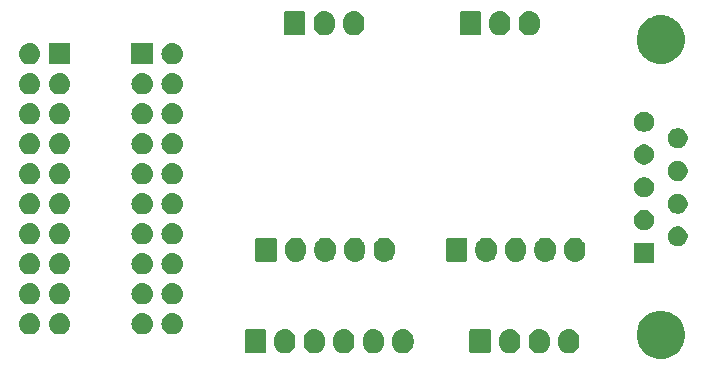
<source format=gbr>
%TF.GenerationSoftware,KiCad,Pcbnew,(5.1.4)-1*%
%TF.CreationDate,2019-11-11T10:46:24+08:00*%
%TF.ProjectId,jlink_vcom_to_rs232_adapter_plate,6a6c696e-6b5f-4766-936f-6d5f746f5f72,rev?*%
%TF.SameCoordinates,Original*%
%TF.FileFunction,Soldermask,Bot*%
%TF.FilePolarity,Negative*%
%FSLAX46Y46*%
G04 Gerber Fmt 4.6, Leading zero omitted, Abs format (unit mm)*
G04 Created by KiCad (PCBNEW (5.1.4)-1) date 2019-11-11 10:46:24*
%MOMM*%
%LPD*%
G04 APERTURE LIST*
%ADD10C,0.350000*%
G04 APERTURE END LIST*
D10*
G36*
X226501254Y-66836818D02*
G01*
X226874511Y-66991426D01*
X226874513Y-66991427D01*
X227047812Y-67107222D01*
X227210436Y-67215884D01*
X227496116Y-67501564D01*
X227720574Y-67837489D01*
X227875182Y-68210746D01*
X227954000Y-68606993D01*
X227954000Y-69011007D01*
X227875182Y-69407254D01*
X227777273Y-69643627D01*
X227720573Y-69780513D01*
X227496116Y-70116436D01*
X227210436Y-70402116D01*
X226874513Y-70626573D01*
X226874512Y-70626574D01*
X226874511Y-70626574D01*
X226501254Y-70781182D01*
X226105007Y-70860000D01*
X225700993Y-70860000D01*
X225304746Y-70781182D01*
X224931489Y-70626574D01*
X224931488Y-70626574D01*
X224931487Y-70626573D01*
X224595564Y-70402116D01*
X224309884Y-70116436D01*
X224085427Y-69780513D01*
X224028727Y-69643627D01*
X223930818Y-69407254D01*
X223852000Y-69011007D01*
X223852000Y-68606993D01*
X223930818Y-68210746D01*
X224085426Y-67837489D01*
X224309884Y-67501564D01*
X224595564Y-67215884D01*
X224758188Y-67107222D01*
X224931487Y-66991427D01*
X224931489Y-66991426D01*
X225304746Y-66836818D01*
X225700993Y-66758000D01*
X226105007Y-66758000D01*
X226501254Y-66836818D01*
X226501254Y-66836818D01*
G37*
G36*
X213282400Y-68329037D02*
G01*
X213452239Y-68380557D01*
X213452241Y-68380558D01*
X213608763Y-68464221D01*
X213745960Y-68576814D01*
X213829222Y-68678271D01*
X213858552Y-68714009D01*
X213942217Y-68870534D01*
X213993737Y-69040373D01*
X214006774Y-69172742D01*
X214006774Y-69511257D01*
X213993737Y-69643626D01*
X213942217Y-69813466D01*
X213858552Y-69969991D01*
X213829222Y-70005729D01*
X213745960Y-70107186D01*
X213651024Y-70185097D01*
X213608765Y-70219778D01*
X213452240Y-70303443D01*
X213282401Y-70354963D01*
X213105774Y-70372359D01*
X212929148Y-70354963D01*
X212759309Y-70303443D01*
X212602784Y-70219778D01*
X212465589Y-70107185D01*
X212352996Y-69969991D01*
X212269331Y-69813466D01*
X212217811Y-69643627D01*
X212204774Y-69511258D01*
X212204774Y-69172743D01*
X212217811Y-69040374D01*
X212269331Y-68870535D01*
X212269333Y-68870532D01*
X212352995Y-68714011D01*
X212465588Y-68576814D01*
X212567045Y-68493552D01*
X212602783Y-68464222D01*
X212759308Y-68380557D01*
X212929147Y-68329037D01*
X213105774Y-68311641D01*
X213282400Y-68329037D01*
X213282400Y-68329037D01*
G37*
G36*
X215782400Y-68329037D02*
G01*
X215952239Y-68380557D01*
X215952241Y-68380558D01*
X216108763Y-68464221D01*
X216245960Y-68576814D01*
X216329222Y-68678271D01*
X216358552Y-68714009D01*
X216442217Y-68870534D01*
X216493737Y-69040373D01*
X216506774Y-69172742D01*
X216506774Y-69511257D01*
X216493737Y-69643626D01*
X216442217Y-69813466D01*
X216358552Y-69969991D01*
X216329222Y-70005729D01*
X216245960Y-70107186D01*
X216151024Y-70185097D01*
X216108765Y-70219778D01*
X215952240Y-70303443D01*
X215782401Y-70354963D01*
X215605774Y-70372359D01*
X215429148Y-70354963D01*
X215259309Y-70303443D01*
X215102784Y-70219778D01*
X214965589Y-70107185D01*
X214852996Y-69969991D01*
X214769331Y-69813466D01*
X214717811Y-69643627D01*
X214704774Y-69511258D01*
X214704774Y-69172743D01*
X214717811Y-69040374D01*
X214769331Y-68870535D01*
X214769333Y-68870532D01*
X214852995Y-68714011D01*
X214965588Y-68576814D01*
X215067045Y-68493552D01*
X215102783Y-68464222D01*
X215259308Y-68380557D01*
X215429147Y-68329037D01*
X215605774Y-68311641D01*
X215782400Y-68329037D01*
X215782400Y-68329037D01*
G37*
G36*
X218282400Y-68329037D02*
G01*
X218452239Y-68380557D01*
X218452241Y-68380558D01*
X218608763Y-68464221D01*
X218745960Y-68576814D01*
X218829222Y-68678271D01*
X218858552Y-68714009D01*
X218942217Y-68870534D01*
X218993737Y-69040373D01*
X219006774Y-69172742D01*
X219006774Y-69511257D01*
X218993737Y-69643626D01*
X218942217Y-69813466D01*
X218858552Y-69969991D01*
X218829222Y-70005729D01*
X218745960Y-70107186D01*
X218651024Y-70185097D01*
X218608765Y-70219778D01*
X218452240Y-70303443D01*
X218282401Y-70354963D01*
X218105774Y-70372359D01*
X217929148Y-70354963D01*
X217759309Y-70303443D01*
X217602784Y-70219778D01*
X217465589Y-70107185D01*
X217352996Y-69969991D01*
X217269331Y-69813466D01*
X217217811Y-69643627D01*
X217204774Y-69511258D01*
X217204774Y-69172743D01*
X217217811Y-69040374D01*
X217269331Y-68870535D01*
X217269333Y-68870532D01*
X217352995Y-68714011D01*
X217465588Y-68576814D01*
X217567045Y-68493552D01*
X217602783Y-68464222D01*
X217759308Y-68380557D01*
X217929147Y-68329037D01*
X218105774Y-68311641D01*
X218282400Y-68329037D01*
X218282400Y-68329037D01*
G37*
G36*
X194244513Y-68329037D02*
G01*
X194414352Y-68380557D01*
X194414354Y-68380558D01*
X194570876Y-68464221D01*
X194708073Y-68576814D01*
X194791335Y-68678271D01*
X194820665Y-68714009D01*
X194904330Y-68870534D01*
X194955850Y-69040373D01*
X194968887Y-69172742D01*
X194968887Y-69511257D01*
X194955850Y-69643626D01*
X194904330Y-69813466D01*
X194820665Y-69969991D01*
X194791335Y-70005729D01*
X194708073Y-70107186D01*
X194613137Y-70185097D01*
X194570878Y-70219778D01*
X194414353Y-70303443D01*
X194244514Y-70354963D01*
X194067887Y-70372359D01*
X193891261Y-70354963D01*
X193721422Y-70303443D01*
X193564897Y-70219778D01*
X193427702Y-70107185D01*
X193315109Y-69969991D01*
X193231444Y-69813466D01*
X193179924Y-69643627D01*
X193166887Y-69511258D01*
X193166887Y-69172743D01*
X193179924Y-69040374D01*
X193231444Y-68870535D01*
X193231446Y-68870532D01*
X193315108Y-68714011D01*
X193427701Y-68576814D01*
X193529158Y-68493552D01*
X193564896Y-68464222D01*
X193721421Y-68380557D01*
X193891260Y-68329037D01*
X194067887Y-68311641D01*
X194244513Y-68329037D01*
X194244513Y-68329037D01*
G37*
G36*
X199244513Y-68329037D02*
G01*
X199414352Y-68380557D01*
X199414354Y-68380558D01*
X199570876Y-68464221D01*
X199708073Y-68576814D01*
X199791335Y-68678271D01*
X199820665Y-68714009D01*
X199904330Y-68870534D01*
X199955850Y-69040373D01*
X199968887Y-69172742D01*
X199968887Y-69511257D01*
X199955850Y-69643626D01*
X199904330Y-69813466D01*
X199820665Y-69969991D01*
X199791335Y-70005729D01*
X199708073Y-70107186D01*
X199613137Y-70185097D01*
X199570878Y-70219778D01*
X199414353Y-70303443D01*
X199244514Y-70354963D01*
X199067887Y-70372359D01*
X198891261Y-70354963D01*
X198721422Y-70303443D01*
X198564897Y-70219778D01*
X198427702Y-70107185D01*
X198315109Y-69969991D01*
X198231444Y-69813466D01*
X198179924Y-69643627D01*
X198166887Y-69511258D01*
X198166887Y-69172743D01*
X198179924Y-69040374D01*
X198231444Y-68870535D01*
X198231446Y-68870532D01*
X198315108Y-68714011D01*
X198427701Y-68576814D01*
X198529158Y-68493552D01*
X198564896Y-68464222D01*
X198721421Y-68380557D01*
X198891260Y-68329037D01*
X199067887Y-68311641D01*
X199244513Y-68329037D01*
X199244513Y-68329037D01*
G37*
G36*
X196744513Y-68329037D02*
G01*
X196914352Y-68380557D01*
X196914354Y-68380558D01*
X197070876Y-68464221D01*
X197208073Y-68576814D01*
X197291335Y-68678271D01*
X197320665Y-68714009D01*
X197404330Y-68870534D01*
X197455850Y-69040373D01*
X197468887Y-69172742D01*
X197468887Y-69511257D01*
X197455850Y-69643626D01*
X197404330Y-69813466D01*
X197320665Y-69969991D01*
X197291335Y-70005729D01*
X197208073Y-70107186D01*
X197113137Y-70185097D01*
X197070878Y-70219778D01*
X196914353Y-70303443D01*
X196744514Y-70354963D01*
X196567887Y-70372359D01*
X196391261Y-70354963D01*
X196221422Y-70303443D01*
X196064897Y-70219778D01*
X195927702Y-70107185D01*
X195815109Y-69969991D01*
X195731444Y-69813466D01*
X195679924Y-69643627D01*
X195666887Y-69511258D01*
X195666887Y-69172743D01*
X195679924Y-69040374D01*
X195731444Y-68870535D01*
X195731446Y-68870532D01*
X195815108Y-68714011D01*
X195927701Y-68576814D01*
X196029158Y-68493552D01*
X196064896Y-68464222D01*
X196221421Y-68380557D01*
X196391260Y-68329037D01*
X196567887Y-68311641D01*
X196744513Y-68329037D01*
X196744513Y-68329037D01*
G37*
G36*
X204244513Y-68329037D02*
G01*
X204414352Y-68380557D01*
X204414354Y-68380558D01*
X204570876Y-68464221D01*
X204708073Y-68576814D01*
X204791335Y-68678271D01*
X204820665Y-68714009D01*
X204904330Y-68870534D01*
X204955850Y-69040373D01*
X204968887Y-69172742D01*
X204968887Y-69511257D01*
X204955850Y-69643626D01*
X204904330Y-69813466D01*
X204820665Y-69969991D01*
X204791335Y-70005729D01*
X204708073Y-70107186D01*
X204613137Y-70185097D01*
X204570878Y-70219778D01*
X204414353Y-70303443D01*
X204244514Y-70354963D01*
X204067887Y-70372359D01*
X203891261Y-70354963D01*
X203721422Y-70303443D01*
X203564897Y-70219778D01*
X203427702Y-70107185D01*
X203315109Y-69969991D01*
X203231444Y-69813466D01*
X203179924Y-69643627D01*
X203166887Y-69511258D01*
X203166887Y-69172743D01*
X203179924Y-69040374D01*
X203231444Y-68870535D01*
X203231446Y-68870532D01*
X203315108Y-68714011D01*
X203427701Y-68576814D01*
X203529158Y-68493552D01*
X203564896Y-68464222D01*
X203721421Y-68380557D01*
X203891260Y-68329037D01*
X204067887Y-68311641D01*
X204244513Y-68329037D01*
X204244513Y-68329037D01*
G37*
G36*
X201744513Y-68329037D02*
G01*
X201914352Y-68380557D01*
X201914354Y-68380558D01*
X202070876Y-68464221D01*
X202208073Y-68576814D01*
X202291335Y-68678271D01*
X202320665Y-68714009D01*
X202404330Y-68870534D01*
X202455850Y-69040373D01*
X202468887Y-69172742D01*
X202468887Y-69511257D01*
X202455850Y-69643626D01*
X202404330Y-69813466D01*
X202320665Y-69969991D01*
X202291335Y-70005729D01*
X202208073Y-70107186D01*
X202113137Y-70185097D01*
X202070878Y-70219778D01*
X201914353Y-70303443D01*
X201744514Y-70354963D01*
X201567887Y-70372359D01*
X201391261Y-70354963D01*
X201221422Y-70303443D01*
X201064897Y-70219778D01*
X200927702Y-70107185D01*
X200815109Y-69969991D01*
X200731444Y-69813466D01*
X200679924Y-69643627D01*
X200666887Y-69511258D01*
X200666887Y-69172743D01*
X200679924Y-69040374D01*
X200731444Y-68870535D01*
X200731446Y-68870532D01*
X200815108Y-68714011D01*
X200927701Y-68576814D01*
X201029158Y-68493552D01*
X201064896Y-68464222D01*
X201221421Y-68380557D01*
X201391260Y-68329037D01*
X201567887Y-68311641D01*
X201744513Y-68329037D01*
X201744513Y-68329037D01*
G37*
G36*
X211364374Y-68319989D02*
G01*
X211397426Y-68330015D01*
X211427877Y-68346292D01*
X211454573Y-68368201D01*
X211476482Y-68394897D01*
X211492759Y-68425348D01*
X211502785Y-68458400D01*
X211506774Y-68498903D01*
X211506774Y-70185097D01*
X211502785Y-70225600D01*
X211492759Y-70258652D01*
X211476482Y-70289103D01*
X211454573Y-70315799D01*
X211427877Y-70337708D01*
X211397426Y-70353985D01*
X211364374Y-70364011D01*
X211323871Y-70368000D01*
X209887677Y-70368000D01*
X209847174Y-70364011D01*
X209814122Y-70353985D01*
X209783671Y-70337708D01*
X209756975Y-70315799D01*
X209735066Y-70289103D01*
X209718789Y-70258652D01*
X209708763Y-70225600D01*
X209704774Y-70185097D01*
X209704774Y-68498903D01*
X209708763Y-68458400D01*
X209718789Y-68425348D01*
X209735066Y-68394897D01*
X209756975Y-68368201D01*
X209783671Y-68346292D01*
X209814122Y-68330015D01*
X209847174Y-68319989D01*
X209887677Y-68316000D01*
X211323871Y-68316000D01*
X211364374Y-68319989D01*
X211364374Y-68319989D01*
G37*
G36*
X192326585Y-68319987D02*
G01*
X192359611Y-68330005D01*
X192390046Y-68346273D01*
X192416722Y-68368165D01*
X192438614Y-68394841D01*
X192454882Y-68425276D01*
X192464900Y-68458302D01*
X192468887Y-68498784D01*
X192468887Y-70185216D01*
X192464900Y-70225698D01*
X192454882Y-70258724D01*
X192438614Y-70289159D01*
X192416722Y-70315835D01*
X192390046Y-70337727D01*
X192359611Y-70353995D01*
X192326585Y-70364013D01*
X192286103Y-70368000D01*
X190849671Y-70368000D01*
X190809189Y-70364013D01*
X190776163Y-70353995D01*
X190745728Y-70337727D01*
X190719052Y-70315835D01*
X190697160Y-70289159D01*
X190680892Y-70258724D01*
X190670874Y-70225698D01*
X190666887Y-70185216D01*
X190666887Y-68498784D01*
X190670874Y-68458302D01*
X190680892Y-68425276D01*
X190697160Y-68394841D01*
X190719052Y-68368165D01*
X190745728Y-68346273D01*
X190776163Y-68330005D01*
X190809189Y-68319987D01*
X190849671Y-68316000D01*
X192286103Y-68316000D01*
X192326585Y-68319987D01*
X192326585Y-68319987D01*
G37*
G36*
X184719294Y-66958633D02*
G01*
X184891695Y-67010931D01*
X185050583Y-67095858D01*
X185189849Y-67210151D01*
X185304142Y-67349417D01*
X185389069Y-67508305D01*
X185441367Y-67680706D01*
X185459025Y-67860000D01*
X185441367Y-68039294D01*
X185389069Y-68211695D01*
X185304142Y-68370583D01*
X185189849Y-68509849D01*
X185050583Y-68624142D01*
X184891695Y-68709069D01*
X184719294Y-68761367D01*
X184584931Y-68774600D01*
X184495069Y-68774600D01*
X184360706Y-68761367D01*
X184188305Y-68709069D01*
X184029417Y-68624142D01*
X183890151Y-68509849D01*
X183775858Y-68370583D01*
X183690931Y-68211695D01*
X183638633Y-68039294D01*
X183620975Y-67860000D01*
X183638633Y-67680706D01*
X183690931Y-67508305D01*
X183775858Y-67349417D01*
X183890151Y-67210151D01*
X184029417Y-67095858D01*
X184188305Y-67010931D01*
X184360706Y-66958633D01*
X184495069Y-66945400D01*
X184584931Y-66945400D01*
X184719294Y-66958633D01*
X184719294Y-66958633D01*
G37*
G36*
X182179294Y-66958633D02*
G01*
X182351695Y-67010931D01*
X182510583Y-67095858D01*
X182649849Y-67210151D01*
X182764142Y-67349417D01*
X182849069Y-67508305D01*
X182901367Y-67680706D01*
X182919025Y-67860000D01*
X182901367Y-68039294D01*
X182849069Y-68211695D01*
X182764142Y-68370583D01*
X182649849Y-68509849D01*
X182510583Y-68624142D01*
X182351695Y-68709069D01*
X182179294Y-68761367D01*
X182044931Y-68774600D01*
X181955069Y-68774600D01*
X181820706Y-68761367D01*
X181648305Y-68709069D01*
X181489417Y-68624142D01*
X181350151Y-68509849D01*
X181235858Y-68370583D01*
X181150931Y-68211695D01*
X181098633Y-68039294D01*
X181080975Y-67860000D01*
X181098633Y-67680706D01*
X181150931Y-67508305D01*
X181235858Y-67349417D01*
X181350151Y-67210151D01*
X181489417Y-67095858D01*
X181648305Y-67010931D01*
X181820706Y-66958633D01*
X181955069Y-66945400D01*
X182044931Y-66945400D01*
X182179294Y-66958633D01*
X182179294Y-66958633D01*
G37*
G36*
X172570443Y-66965519D02*
G01*
X172636627Y-66972037D01*
X172806466Y-67023557D01*
X172962991Y-67107222D01*
X172998729Y-67136552D01*
X173100186Y-67219814D01*
X173183448Y-67321271D01*
X173212778Y-67357009D01*
X173212779Y-67357011D01*
X173293648Y-67508304D01*
X173296443Y-67513534D01*
X173347963Y-67683373D01*
X173365359Y-67860000D01*
X173347963Y-68036627D01*
X173296443Y-68206466D01*
X173296442Y-68206468D01*
X173254611Y-68284728D01*
X173212778Y-68362991D01*
X173208502Y-68368201D01*
X173100186Y-68500186D01*
X173001712Y-68581000D01*
X172962991Y-68612778D01*
X172806466Y-68696443D01*
X172636627Y-68747963D01*
X172570443Y-68754481D01*
X172504260Y-68761000D01*
X172415740Y-68761000D01*
X172349557Y-68754481D01*
X172283373Y-68747963D01*
X172113534Y-68696443D01*
X171957009Y-68612778D01*
X171918288Y-68581000D01*
X171819814Y-68500186D01*
X171711498Y-68368201D01*
X171707222Y-68362991D01*
X171665389Y-68284728D01*
X171623558Y-68206468D01*
X171623557Y-68206466D01*
X171572037Y-68036627D01*
X171554641Y-67860000D01*
X171572037Y-67683373D01*
X171623557Y-67513534D01*
X171626353Y-67508304D01*
X171707221Y-67357011D01*
X171707222Y-67357009D01*
X171736552Y-67321271D01*
X171819814Y-67219814D01*
X171921271Y-67136552D01*
X171957009Y-67107222D01*
X172113534Y-67023557D01*
X172283373Y-66972037D01*
X172349557Y-66965519D01*
X172415740Y-66959000D01*
X172504260Y-66959000D01*
X172570443Y-66965519D01*
X172570443Y-66965519D01*
G37*
G36*
X175110443Y-66965519D02*
G01*
X175176627Y-66972037D01*
X175346466Y-67023557D01*
X175502991Y-67107222D01*
X175538729Y-67136552D01*
X175640186Y-67219814D01*
X175723448Y-67321271D01*
X175752778Y-67357009D01*
X175752779Y-67357011D01*
X175833648Y-67508304D01*
X175836443Y-67513534D01*
X175887963Y-67683373D01*
X175905359Y-67860000D01*
X175887963Y-68036627D01*
X175836443Y-68206466D01*
X175836442Y-68206468D01*
X175794611Y-68284728D01*
X175752778Y-68362991D01*
X175748502Y-68368201D01*
X175640186Y-68500186D01*
X175541712Y-68581000D01*
X175502991Y-68612778D01*
X175346466Y-68696443D01*
X175176627Y-68747963D01*
X175110443Y-68754481D01*
X175044260Y-68761000D01*
X174955740Y-68761000D01*
X174889557Y-68754481D01*
X174823373Y-68747963D01*
X174653534Y-68696443D01*
X174497009Y-68612778D01*
X174458288Y-68581000D01*
X174359814Y-68500186D01*
X174251498Y-68368201D01*
X174247222Y-68362991D01*
X174205389Y-68284728D01*
X174163558Y-68206468D01*
X174163557Y-68206466D01*
X174112037Y-68036627D01*
X174094641Y-67860000D01*
X174112037Y-67683373D01*
X174163557Y-67513534D01*
X174166353Y-67508304D01*
X174247221Y-67357011D01*
X174247222Y-67357009D01*
X174276552Y-67321271D01*
X174359814Y-67219814D01*
X174461271Y-67136552D01*
X174497009Y-67107222D01*
X174653534Y-67023557D01*
X174823373Y-66972037D01*
X174889557Y-66965519D01*
X174955740Y-66959000D01*
X175044260Y-66959000D01*
X175110443Y-66965519D01*
X175110443Y-66965519D01*
G37*
G36*
X184719294Y-64418633D02*
G01*
X184891695Y-64470931D01*
X185050583Y-64555858D01*
X185189849Y-64670151D01*
X185304142Y-64809417D01*
X185389069Y-64968305D01*
X185441367Y-65140706D01*
X185459025Y-65320000D01*
X185441367Y-65499294D01*
X185389069Y-65671695D01*
X185304142Y-65830583D01*
X185189849Y-65969849D01*
X185050583Y-66084142D01*
X184891695Y-66169069D01*
X184719294Y-66221367D01*
X184584931Y-66234600D01*
X184495069Y-66234600D01*
X184360706Y-66221367D01*
X184188305Y-66169069D01*
X184029417Y-66084142D01*
X183890151Y-65969849D01*
X183775858Y-65830583D01*
X183690931Y-65671695D01*
X183638633Y-65499294D01*
X183620975Y-65320000D01*
X183638633Y-65140706D01*
X183690931Y-64968305D01*
X183775858Y-64809417D01*
X183890151Y-64670151D01*
X184029417Y-64555858D01*
X184188305Y-64470931D01*
X184360706Y-64418633D01*
X184495069Y-64405400D01*
X184584931Y-64405400D01*
X184719294Y-64418633D01*
X184719294Y-64418633D01*
G37*
G36*
X182179294Y-64418633D02*
G01*
X182351695Y-64470931D01*
X182510583Y-64555858D01*
X182649849Y-64670151D01*
X182764142Y-64809417D01*
X182849069Y-64968305D01*
X182901367Y-65140706D01*
X182919025Y-65320000D01*
X182901367Y-65499294D01*
X182849069Y-65671695D01*
X182764142Y-65830583D01*
X182649849Y-65969849D01*
X182510583Y-66084142D01*
X182351695Y-66169069D01*
X182179294Y-66221367D01*
X182044931Y-66234600D01*
X181955069Y-66234600D01*
X181820706Y-66221367D01*
X181648305Y-66169069D01*
X181489417Y-66084142D01*
X181350151Y-65969849D01*
X181235858Y-65830583D01*
X181150931Y-65671695D01*
X181098633Y-65499294D01*
X181080975Y-65320000D01*
X181098633Y-65140706D01*
X181150931Y-64968305D01*
X181235858Y-64809417D01*
X181350151Y-64670151D01*
X181489417Y-64555858D01*
X181648305Y-64470931D01*
X181820706Y-64418633D01*
X181955069Y-64405400D01*
X182044931Y-64405400D01*
X182179294Y-64418633D01*
X182179294Y-64418633D01*
G37*
G36*
X175110442Y-64425518D02*
G01*
X175176627Y-64432037D01*
X175346466Y-64483557D01*
X175502991Y-64567222D01*
X175538729Y-64596552D01*
X175640186Y-64679814D01*
X175723448Y-64781271D01*
X175752778Y-64817009D01*
X175752779Y-64817011D01*
X175833648Y-64968304D01*
X175836443Y-64973534D01*
X175887963Y-65143373D01*
X175905359Y-65320000D01*
X175887963Y-65496627D01*
X175836443Y-65666466D01*
X175836442Y-65666468D01*
X175794610Y-65744729D01*
X175752778Y-65822991D01*
X175746547Y-65830583D01*
X175640186Y-65960186D01*
X175538729Y-66043448D01*
X175502991Y-66072778D01*
X175346466Y-66156443D01*
X175176627Y-66207963D01*
X175110443Y-66214481D01*
X175044260Y-66221000D01*
X174955740Y-66221000D01*
X174889557Y-66214481D01*
X174823373Y-66207963D01*
X174653534Y-66156443D01*
X174497009Y-66072778D01*
X174461271Y-66043448D01*
X174359814Y-65960186D01*
X174253453Y-65830583D01*
X174247222Y-65822991D01*
X174205390Y-65744729D01*
X174163558Y-65666468D01*
X174163557Y-65666466D01*
X174112037Y-65496627D01*
X174094641Y-65320000D01*
X174112037Y-65143373D01*
X174163557Y-64973534D01*
X174166353Y-64968304D01*
X174247221Y-64817011D01*
X174247222Y-64817009D01*
X174276552Y-64781271D01*
X174359814Y-64679814D01*
X174461271Y-64596552D01*
X174497009Y-64567222D01*
X174653534Y-64483557D01*
X174823373Y-64432037D01*
X174889558Y-64425518D01*
X174955740Y-64419000D01*
X175044260Y-64419000D01*
X175110442Y-64425518D01*
X175110442Y-64425518D01*
G37*
G36*
X172570442Y-64425518D02*
G01*
X172636627Y-64432037D01*
X172806466Y-64483557D01*
X172962991Y-64567222D01*
X172998729Y-64596552D01*
X173100186Y-64679814D01*
X173183448Y-64781271D01*
X173212778Y-64817009D01*
X173212779Y-64817011D01*
X173293648Y-64968304D01*
X173296443Y-64973534D01*
X173347963Y-65143373D01*
X173365359Y-65320000D01*
X173347963Y-65496627D01*
X173296443Y-65666466D01*
X173296442Y-65666468D01*
X173254610Y-65744729D01*
X173212778Y-65822991D01*
X173206547Y-65830583D01*
X173100186Y-65960186D01*
X172998729Y-66043448D01*
X172962991Y-66072778D01*
X172806466Y-66156443D01*
X172636627Y-66207963D01*
X172570443Y-66214481D01*
X172504260Y-66221000D01*
X172415740Y-66221000D01*
X172349557Y-66214481D01*
X172283373Y-66207963D01*
X172113534Y-66156443D01*
X171957009Y-66072778D01*
X171921271Y-66043448D01*
X171819814Y-65960186D01*
X171713453Y-65830583D01*
X171707222Y-65822991D01*
X171665390Y-65744729D01*
X171623558Y-65666468D01*
X171623557Y-65666466D01*
X171572037Y-65496627D01*
X171554641Y-65320000D01*
X171572037Y-65143373D01*
X171623557Y-64973534D01*
X171626353Y-64968304D01*
X171707221Y-64817011D01*
X171707222Y-64817009D01*
X171736552Y-64781271D01*
X171819814Y-64679814D01*
X171921271Y-64596552D01*
X171957009Y-64567222D01*
X172113534Y-64483557D01*
X172283373Y-64432037D01*
X172349558Y-64425518D01*
X172415740Y-64419000D01*
X172504260Y-64419000D01*
X172570442Y-64425518D01*
X172570442Y-64425518D01*
G37*
G36*
X184719294Y-61878633D02*
G01*
X184891695Y-61930931D01*
X185050583Y-62015858D01*
X185189849Y-62130151D01*
X185304142Y-62269417D01*
X185389069Y-62428305D01*
X185441367Y-62600706D01*
X185459025Y-62780000D01*
X185441367Y-62959294D01*
X185389069Y-63131695D01*
X185304142Y-63290583D01*
X185189849Y-63429849D01*
X185050583Y-63544142D01*
X184891695Y-63629069D01*
X184719294Y-63681367D01*
X184584931Y-63694600D01*
X184495069Y-63694600D01*
X184360706Y-63681367D01*
X184188305Y-63629069D01*
X184029417Y-63544142D01*
X183890151Y-63429849D01*
X183775858Y-63290583D01*
X183690931Y-63131695D01*
X183638633Y-62959294D01*
X183620975Y-62780000D01*
X183638633Y-62600706D01*
X183690931Y-62428305D01*
X183775858Y-62269417D01*
X183890151Y-62130151D01*
X184029417Y-62015858D01*
X184188305Y-61930931D01*
X184360706Y-61878633D01*
X184495069Y-61865400D01*
X184584931Y-61865400D01*
X184719294Y-61878633D01*
X184719294Y-61878633D01*
G37*
G36*
X182179294Y-61878633D02*
G01*
X182351695Y-61930931D01*
X182510583Y-62015858D01*
X182649849Y-62130151D01*
X182764142Y-62269417D01*
X182849069Y-62428305D01*
X182901367Y-62600706D01*
X182919025Y-62780000D01*
X182901367Y-62959294D01*
X182849069Y-63131695D01*
X182764142Y-63290583D01*
X182649849Y-63429849D01*
X182510583Y-63544142D01*
X182351695Y-63629069D01*
X182179294Y-63681367D01*
X182044931Y-63694600D01*
X181955069Y-63694600D01*
X181820706Y-63681367D01*
X181648305Y-63629069D01*
X181489417Y-63544142D01*
X181350151Y-63429849D01*
X181235858Y-63290583D01*
X181150931Y-63131695D01*
X181098633Y-62959294D01*
X181080975Y-62780000D01*
X181098633Y-62600706D01*
X181150931Y-62428305D01*
X181235858Y-62269417D01*
X181350151Y-62130151D01*
X181489417Y-62015858D01*
X181648305Y-61930931D01*
X181820706Y-61878633D01*
X181955069Y-61865400D01*
X182044931Y-61865400D01*
X182179294Y-61878633D01*
X182179294Y-61878633D01*
G37*
G36*
X175110443Y-61885519D02*
G01*
X175176627Y-61892037D01*
X175346466Y-61943557D01*
X175502991Y-62027222D01*
X175538729Y-62056552D01*
X175640186Y-62139814D01*
X175723448Y-62241271D01*
X175752778Y-62277009D01*
X175752779Y-62277011D01*
X175833648Y-62428304D01*
X175836443Y-62433534D01*
X175887963Y-62603373D01*
X175905359Y-62780000D01*
X175887963Y-62956627D01*
X175836443Y-63126466D01*
X175836442Y-63126468D01*
X175794610Y-63204729D01*
X175752778Y-63282991D01*
X175746547Y-63290583D01*
X175640186Y-63420186D01*
X175538729Y-63503448D01*
X175502991Y-63532778D01*
X175346466Y-63616443D01*
X175176627Y-63667963D01*
X175110443Y-63674481D01*
X175044260Y-63681000D01*
X174955740Y-63681000D01*
X174889557Y-63674481D01*
X174823373Y-63667963D01*
X174653534Y-63616443D01*
X174497009Y-63532778D01*
X174461271Y-63503448D01*
X174359814Y-63420186D01*
X174253453Y-63290583D01*
X174247222Y-63282991D01*
X174205390Y-63204729D01*
X174163558Y-63126468D01*
X174163557Y-63126466D01*
X174112037Y-62956627D01*
X174094641Y-62780000D01*
X174112037Y-62603373D01*
X174163557Y-62433534D01*
X174166353Y-62428304D01*
X174247221Y-62277011D01*
X174247222Y-62277009D01*
X174276552Y-62241271D01*
X174359814Y-62139814D01*
X174461271Y-62056552D01*
X174497009Y-62027222D01*
X174653534Y-61943557D01*
X174823373Y-61892037D01*
X174889557Y-61885519D01*
X174955740Y-61879000D01*
X175044260Y-61879000D01*
X175110443Y-61885519D01*
X175110443Y-61885519D01*
G37*
G36*
X172570443Y-61885519D02*
G01*
X172636627Y-61892037D01*
X172806466Y-61943557D01*
X172962991Y-62027222D01*
X172998729Y-62056552D01*
X173100186Y-62139814D01*
X173183448Y-62241271D01*
X173212778Y-62277009D01*
X173212779Y-62277011D01*
X173293648Y-62428304D01*
X173296443Y-62433534D01*
X173347963Y-62603373D01*
X173365359Y-62780000D01*
X173347963Y-62956627D01*
X173296443Y-63126466D01*
X173296442Y-63126468D01*
X173254610Y-63204729D01*
X173212778Y-63282991D01*
X173206547Y-63290583D01*
X173100186Y-63420186D01*
X172998729Y-63503448D01*
X172962991Y-63532778D01*
X172806466Y-63616443D01*
X172636627Y-63667963D01*
X172570443Y-63674481D01*
X172504260Y-63681000D01*
X172415740Y-63681000D01*
X172349557Y-63674481D01*
X172283373Y-63667963D01*
X172113534Y-63616443D01*
X171957009Y-63532778D01*
X171921271Y-63503448D01*
X171819814Y-63420186D01*
X171713453Y-63290583D01*
X171707222Y-63282991D01*
X171665390Y-63204729D01*
X171623558Y-63126468D01*
X171623557Y-63126466D01*
X171572037Y-62956627D01*
X171554641Y-62780000D01*
X171572037Y-62603373D01*
X171623557Y-62433534D01*
X171626353Y-62428304D01*
X171707221Y-62277011D01*
X171707222Y-62277009D01*
X171736552Y-62241271D01*
X171819814Y-62139814D01*
X171921271Y-62056552D01*
X171957009Y-62027222D01*
X172113534Y-61943557D01*
X172283373Y-61892037D01*
X172349557Y-61885519D01*
X172415740Y-61879000D01*
X172504260Y-61879000D01*
X172570443Y-61885519D01*
X172570443Y-61885519D01*
G37*
G36*
X225334000Y-62700000D02*
G01*
X223632000Y-62700000D01*
X223632000Y-60998000D01*
X225334000Y-60998000D01*
X225334000Y-62700000D01*
X225334000Y-62700000D01*
G37*
G36*
X213784626Y-60582037D02*
G01*
X213954465Y-60633557D01*
X213954467Y-60633558D01*
X214110989Y-60717221D01*
X214248186Y-60829814D01*
X214331448Y-60931271D01*
X214360778Y-60967009D01*
X214444443Y-61123534D01*
X214495963Y-61293373D01*
X214509000Y-61425742D01*
X214509000Y-61764257D01*
X214495963Y-61896626D01*
X214444443Y-62066466D01*
X214360778Y-62222991D01*
X214331448Y-62258729D01*
X214248186Y-62360186D01*
X214158812Y-62433532D01*
X214110991Y-62472778D01*
X213954466Y-62556443D01*
X213784627Y-62607963D01*
X213608000Y-62625359D01*
X213431374Y-62607963D01*
X213261535Y-62556443D01*
X213105010Y-62472778D01*
X212967815Y-62360185D01*
X212855222Y-62222991D01*
X212771557Y-62066466D01*
X212720037Y-61896627D01*
X212707000Y-61764258D01*
X212707000Y-61425743D01*
X212720037Y-61293374D01*
X212771557Y-61123535D01*
X212771559Y-61123532D01*
X212855221Y-60967011D01*
X212967814Y-60829814D01*
X213073612Y-60742989D01*
X213105009Y-60717222D01*
X213261534Y-60633557D01*
X213431373Y-60582037D01*
X213608000Y-60564641D01*
X213784626Y-60582037D01*
X213784626Y-60582037D01*
G37*
G36*
X202655626Y-60582037D02*
G01*
X202825465Y-60633557D01*
X202825467Y-60633558D01*
X202981989Y-60717221D01*
X203119186Y-60829814D01*
X203202448Y-60931271D01*
X203231778Y-60967009D01*
X203315443Y-61123534D01*
X203366963Y-61293373D01*
X203380000Y-61425742D01*
X203380000Y-61764257D01*
X203366963Y-61896626D01*
X203315443Y-62066466D01*
X203231778Y-62222991D01*
X203202448Y-62258729D01*
X203119186Y-62360186D01*
X203029812Y-62433532D01*
X202981991Y-62472778D01*
X202825466Y-62556443D01*
X202655627Y-62607963D01*
X202479000Y-62625359D01*
X202302374Y-62607963D01*
X202132535Y-62556443D01*
X201976010Y-62472778D01*
X201838815Y-62360185D01*
X201726222Y-62222991D01*
X201642557Y-62066466D01*
X201591037Y-61896627D01*
X201578000Y-61764258D01*
X201578000Y-61425743D01*
X201591037Y-61293374D01*
X201642557Y-61123535D01*
X201642559Y-61123532D01*
X201726221Y-60967011D01*
X201838814Y-60829814D01*
X201944612Y-60742989D01*
X201976009Y-60717222D01*
X202132534Y-60633557D01*
X202302373Y-60582037D01*
X202479000Y-60564641D01*
X202655626Y-60582037D01*
X202655626Y-60582037D01*
G37*
G36*
X211284626Y-60582037D02*
G01*
X211454465Y-60633557D01*
X211454467Y-60633558D01*
X211610989Y-60717221D01*
X211748186Y-60829814D01*
X211831448Y-60931271D01*
X211860778Y-60967009D01*
X211944443Y-61123534D01*
X211995963Y-61293373D01*
X212009000Y-61425742D01*
X212009000Y-61764257D01*
X211995963Y-61896626D01*
X211944443Y-62066466D01*
X211860778Y-62222991D01*
X211831448Y-62258729D01*
X211748186Y-62360186D01*
X211658812Y-62433532D01*
X211610991Y-62472778D01*
X211454466Y-62556443D01*
X211284627Y-62607963D01*
X211108000Y-62625359D01*
X210931374Y-62607963D01*
X210761535Y-62556443D01*
X210605010Y-62472778D01*
X210467815Y-62360185D01*
X210355222Y-62222991D01*
X210271557Y-62066466D01*
X210220037Y-61896627D01*
X210207000Y-61764258D01*
X210207000Y-61425743D01*
X210220037Y-61293374D01*
X210271557Y-61123535D01*
X210271559Y-61123532D01*
X210355221Y-60967011D01*
X210467814Y-60829814D01*
X210573612Y-60742989D01*
X210605009Y-60717222D01*
X210761534Y-60633557D01*
X210931373Y-60582037D01*
X211108000Y-60564641D01*
X211284626Y-60582037D01*
X211284626Y-60582037D01*
G37*
G36*
X200155626Y-60582037D02*
G01*
X200325465Y-60633557D01*
X200325467Y-60633558D01*
X200481989Y-60717221D01*
X200619186Y-60829814D01*
X200702448Y-60931271D01*
X200731778Y-60967009D01*
X200815443Y-61123534D01*
X200866963Y-61293373D01*
X200880000Y-61425742D01*
X200880000Y-61764257D01*
X200866963Y-61896626D01*
X200815443Y-62066466D01*
X200731778Y-62222991D01*
X200702448Y-62258729D01*
X200619186Y-62360186D01*
X200529812Y-62433532D01*
X200481991Y-62472778D01*
X200325466Y-62556443D01*
X200155627Y-62607963D01*
X199979000Y-62625359D01*
X199802374Y-62607963D01*
X199632535Y-62556443D01*
X199476010Y-62472778D01*
X199338815Y-62360185D01*
X199226222Y-62222991D01*
X199142557Y-62066466D01*
X199091037Y-61896627D01*
X199078000Y-61764258D01*
X199078000Y-61425743D01*
X199091037Y-61293374D01*
X199142557Y-61123535D01*
X199142559Y-61123532D01*
X199226221Y-60967011D01*
X199338814Y-60829814D01*
X199444612Y-60742989D01*
X199476009Y-60717222D01*
X199632534Y-60633557D01*
X199802373Y-60582037D01*
X199979000Y-60564641D01*
X200155626Y-60582037D01*
X200155626Y-60582037D01*
G37*
G36*
X197655626Y-60582037D02*
G01*
X197825465Y-60633557D01*
X197825467Y-60633558D01*
X197981989Y-60717221D01*
X198119186Y-60829814D01*
X198202448Y-60931271D01*
X198231778Y-60967009D01*
X198315443Y-61123534D01*
X198366963Y-61293373D01*
X198380000Y-61425742D01*
X198380000Y-61764257D01*
X198366963Y-61896626D01*
X198315443Y-62066466D01*
X198231778Y-62222991D01*
X198202448Y-62258729D01*
X198119186Y-62360186D01*
X198029812Y-62433532D01*
X197981991Y-62472778D01*
X197825466Y-62556443D01*
X197655627Y-62607963D01*
X197479000Y-62625359D01*
X197302374Y-62607963D01*
X197132535Y-62556443D01*
X196976010Y-62472778D01*
X196838815Y-62360185D01*
X196726222Y-62222991D01*
X196642557Y-62066466D01*
X196591037Y-61896627D01*
X196578000Y-61764258D01*
X196578000Y-61425743D01*
X196591037Y-61293374D01*
X196642557Y-61123535D01*
X196642559Y-61123532D01*
X196726221Y-60967011D01*
X196838814Y-60829814D01*
X196944612Y-60742989D01*
X196976009Y-60717222D01*
X197132534Y-60633557D01*
X197302373Y-60582037D01*
X197479000Y-60564641D01*
X197655626Y-60582037D01*
X197655626Y-60582037D01*
G37*
G36*
X195155626Y-60582037D02*
G01*
X195325465Y-60633557D01*
X195325467Y-60633558D01*
X195481989Y-60717221D01*
X195619186Y-60829814D01*
X195702448Y-60931271D01*
X195731778Y-60967009D01*
X195815443Y-61123534D01*
X195866963Y-61293373D01*
X195880000Y-61425742D01*
X195880000Y-61764257D01*
X195866963Y-61896626D01*
X195815443Y-62066466D01*
X195731778Y-62222991D01*
X195702448Y-62258729D01*
X195619186Y-62360186D01*
X195529812Y-62433532D01*
X195481991Y-62472778D01*
X195325466Y-62556443D01*
X195155627Y-62607963D01*
X194979000Y-62625359D01*
X194802374Y-62607963D01*
X194632535Y-62556443D01*
X194476010Y-62472778D01*
X194338815Y-62360185D01*
X194226222Y-62222991D01*
X194142557Y-62066466D01*
X194091037Y-61896627D01*
X194078000Y-61764258D01*
X194078000Y-61425743D01*
X194091037Y-61293374D01*
X194142557Y-61123535D01*
X194142559Y-61123532D01*
X194226221Y-60967011D01*
X194338814Y-60829814D01*
X194444612Y-60742989D01*
X194476009Y-60717222D01*
X194632534Y-60633557D01*
X194802373Y-60582037D01*
X194979000Y-60564641D01*
X195155626Y-60582037D01*
X195155626Y-60582037D01*
G37*
G36*
X218784626Y-60582037D02*
G01*
X218954465Y-60633557D01*
X218954467Y-60633558D01*
X219110989Y-60717221D01*
X219248186Y-60829814D01*
X219331448Y-60931271D01*
X219360778Y-60967009D01*
X219444443Y-61123534D01*
X219495963Y-61293373D01*
X219509000Y-61425742D01*
X219509000Y-61764257D01*
X219495963Y-61896626D01*
X219444443Y-62066466D01*
X219360778Y-62222991D01*
X219331448Y-62258729D01*
X219248186Y-62360186D01*
X219158812Y-62433532D01*
X219110991Y-62472778D01*
X218954466Y-62556443D01*
X218784627Y-62607963D01*
X218608000Y-62625359D01*
X218431374Y-62607963D01*
X218261535Y-62556443D01*
X218105010Y-62472778D01*
X217967815Y-62360185D01*
X217855222Y-62222991D01*
X217771557Y-62066466D01*
X217720037Y-61896627D01*
X217707000Y-61764258D01*
X217707000Y-61425743D01*
X217720037Y-61293374D01*
X217771557Y-61123535D01*
X217771559Y-61123532D01*
X217855221Y-60967011D01*
X217967814Y-60829814D01*
X218073612Y-60742989D01*
X218105009Y-60717222D01*
X218261534Y-60633557D01*
X218431373Y-60582037D01*
X218608000Y-60564641D01*
X218784626Y-60582037D01*
X218784626Y-60582037D01*
G37*
G36*
X216284626Y-60582037D02*
G01*
X216454465Y-60633557D01*
X216454467Y-60633558D01*
X216610989Y-60717221D01*
X216748186Y-60829814D01*
X216831448Y-60931271D01*
X216860778Y-60967009D01*
X216944443Y-61123534D01*
X216995963Y-61293373D01*
X217009000Y-61425742D01*
X217009000Y-61764257D01*
X216995963Y-61896626D01*
X216944443Y-62066466D01*
X216860778Y-62222991D01*
X216831448Y-62258729D01*
X216748186Y-62360186D01*
X216658812Y-62433532D01*
X216610991Y-62472778D01*
X216454466Y-62556443D01*
X216284627Y-62607963D01*
X216108000Y-62625359D01*
X215931374Y-62607963D01*
X215761535Y-62556443D01*
X215605010Y-62472778D01*
X215467815Y-62360185D01*
X215355222Y-62222991D01*
X215271557Y-62066466D01*
X215220037Y-61896627D01*
X215207000Y-61764258D01*
X215207000Y-61425743D01*
X215220037Y-61293374D01*
X215271557Y-61123535D01*
X215271559Y-61123532D01*
X215355221Y-60967011D01*
X215467814Y-60829814D01*
X215573612Y-60742989D01*
X215605009Y-60717222D01*
X215761534Y-60633557D01*
X215931373Y-60582037D01*
X216108000Y-60564641D01*
X216284626Y-60582037D01*
X216284626Y-60582037D01*
G37*
G36*
X209366600Y-60572989D02*
G01*
X209399652Y-60583015D01*
X209430103Y-60599292D01*
X209456799Y-60621201D01*
X209478708Y-60647897D01*
X209494985Y-60678348D01*
X209505011Y-60711400D01*
X209509000Y-60751903D01*
X209509000Y-62438097D01*
X209505011Y-62478600D01*
X209494985Y-62511652D01*
X209478708Y-62542103D01*
X209456799Y-62568799D01*
X209430103Y-62590708D01*
X209399652Y-62606985D01*
X209366600Y-62617011D01*
X209326097Y-62621000D01*
X207889903Y-62621000D01*
X207849400Y-62617011D01*
X207816348Y-62606985D01*
X207785897Y-62590708D01*
X207759201Y-62568799D01*
X207737292Y-62542103D01*
X207721015Y-62511652D01*
X207710989Y-62478600D01*
X207707000Y-62438097D01*
X207707000Y-60751903D01*
X207710989Y-60711400D01*
X207721015Y-60678348D01*
X207737292Y-60647897D01*
X207759201Y-60621201D01*
X207785897Y-60599292D01*
X207816348Y-60583015D01*
X207849400Y-60572989D01*
X207889903Y-60569000D01*
X209326097Y-60569000D01*
X209366600Y-60572989D01*
X209366600Y-60572989D01*
G37*
G36*
X193237600Y-60572989D02*
G01*
X193270652Y-60583015D01*
X193301103Y-60599292D01*
X193327799Y-60621201D01*
X193349708Y-60647897D01*
X193365985Y-60678348D01*
X193376011Y-60711400D01*
X193380000Y-60751903D01*
X193380000Y-62438097D01*
X193376011Y-62478600D01*
X193365985Y-62511652D01*
X193349708Y-62542103D01*
X193327799Y-62568799D01*
X193301103Y-62590708D01*
X193270652Y-62606985D01*
X193237600Y-62617011D01*
X193197097Y-62621000D01*
X191760903Y-62621000D01*
X191720400Y-62617011D01*
X191687348Y-62606985D01*
X191656897Y-62590708D01*
X191630201Y-62568799D01*
X191608292Y-62542103D01*
X191592015Y-62511652D01*
X191581989Y-62478600D01*
X191578000Y-62438097D01*
X191578000Y-60751903D01*
X191581989Y-60711400D01*
X191592015Y-60678348D01*
X191608292Y-60647897D01*
X191630201Y-60621201D01*
X191656897Y-60599292D01*
X191687348Y-60583015D01*
X191720400Y-60572989D01*
X191760903Y-60569000D01*
X193197097Y-60569000D01*
X193237600Y-60572989D01*
X193237600Y-60572989D01*
G37*
G36*
X227571228Y-59645703D02*
G01*
X227726100Y-59709853D01*
X227865481Y-59802985D01*
X227984015Y-59921519D01*
X228077147Y-60060900D01*
X228141297Y-60215772D01*
X228174000Y-60380184D01*
X228174000Y-60547816D01*
X228141297Y-60712228D01*
X228077147Y-60867100D01*
X227984015Y-61006481D01*
X227865481Y-61125015D01*
X227726100Y-61218147D01*
X227571228Y-61282297D01*
X227406816Y-61315000D01*
X227239184Y-61315000D01*
X227074772Y-61282297D01*
X226919900Y-61218147D01*
X226780519Y-61125015D01*
X226661985Y-61006481D01*
X226568853Y-60867100D01*
X226504703Y-60712228D01*
X226472000Y-60547816D01*
X226472000Y-60380184D01*
X226504703Y-60215772D01*
X226568853Y-60060900D01*
X226661985Y-59921519D01*
X226780519Y-59802985D01*
X226919900Y-59709853D01*
X227074772Y-59645703D01*
X227239184Y-59613000D01*
X227406816Y-59613000D01*
X227571228Y-59645703D01*
X227571228Y-59645703D01*
G37*
G36*
X184719294Y-59338633D02*
G01*
X184891695Y-59390931D01*
X185050583Y-59475858D01*
X185189849Y-59590151D01*
X185304142Y-59729417D01*
X185389069Y-59888305D01*
X185441367Y-60060706D01*
X185459025Y-60240000D01*
X185441367Y-60419294D01*
X185389069Y-60591695D01*
X185304142Y-60750583D01*
X185189849Y-60889849D01*
X185050583Y-61004142D01*
X184891695Y-61089069D01*
X184719294Y-61141367D01*
X184584931Y-61154600D01*
X184495069Y-61154600D01*
X184360706Y-61141367D01*
X184188305Y-61089069D01*
X184029417Y-61004142D01*
X183890151Y-60889849D01*
X183775858Y-60750583D01*
X183690931Y-60591695D01*
X183638633Y-60419294D01*
X183620975Y-60240000D01*
X183638633Y-60060706D01*
X183690931Y-59888305D01*
X183775858Y-59729417D01*
X183890151Y-59590151D01*
X184029417Y-59475858D01*
X184188305Y-59390931D01*
X184360706Y-59338633D01*
X184495069Y-59325400D01*
X184584931Y-59325400D01*
X184719294Y-59338633D01*
X184719294Y-59338633D01*
G37*
G36*
X182179294Y-59338633D02*
G01*
X182351695Y-59390931D01*
X182510583Y-59475858D01*
X182649849Y-59590151D01*
X182764142Y-59729417D01*
X182849069Y-59888305D01*
X182901367Y-60060706D01*
X182919025Y-60240000D01*
X182901367Y-60419294D01*
X182849069Y-60591695D01*
X182764142Y-60750583D01*
X182649849Y-60889849D01*
X182510583Y-61004142D01*
X182351695Y-61089069D01*
X182179294Y-61141367D01*
X182044931Y-61154600D01*
X181955069Y-61154600D01*
X181820706Y-61141367D01*
X181648305Y-61089069D01*
X181489417Y-61004142D01*
X181350151Y-60889849D01*
X181235858Y-60750583D01*
X181150931Y-60591695D01*
X181098633Y-60419294D01*
X181080975Y-60240000D01*
X181098633Y-60060706D01*
X181150931Y-59888305D01*
X181235858Y-59729417D01*
X181350151Y-59590151D01*
X181489417Y-59475858D01*
X181648305Y-59390931D01*
X181820706Y-59338633D01*
X181955069Y-59325400D01*
X182044931Y-59325400D01*
X182179294Y-59338633D01*
X182179294Y-59338633D01*
G37*
G36*
X175110442Y-59345518D02*
G01*
X175176627Y-59352037D01*
X175346466Y-59403557D01*
X175502991Y-59487222D01*
X175538729Y-59516552D01*
X175640186Y-59599814D01*
X175723448Y-59701271D01*
X175752778Y-59737009D01*
X175752779Y-59737011D01*
X175833648Y-59888304D01*
X175836443Y-59893534D01*
X175887963Y-60063373D01*
X175905359Y-60240000D01*
X175887963Y-60416627D01*
X175836443Y-60586466D01*
X175836442Y-60586468D01*
X175829587Y-60599292D01*
X175752778Y-60742991D01*
X175746547Y-60750583D01*
X175640186Y-60880186D01*
X175538729Y-60963448D01*
X175502991Y-60992778D01*
X175346466Y-61076443D01*
X175176627Y-61127963D01*
X175110442Y-61134482D01*
X175044260Y-61141000D01*
X174955740Y-61141000D01*
X174889558Y-61134482D01*
X174823373Y-61127963D01*
X174653534Y-61076443D01*
X174497009Y-60992778D01*
X174461271Y-60963448D01*
X174359814Y-60880186D01*
X174253453Y-60750583D01*
X174247222Y-60742991D01*
X174170413Y-60599292D01*
X174163558Y-60586468D01*
X174163557Y-60586466D01*
X174112037Y-60416627D01*
X174094641Y-60240000D01*
X174112037Y-60063373D01*
X174163557Y-59893534D01*
X174166353Y-59888304D01*
X174247221Y-59737011D01*
X174247222Y-59737009D01*
X174276552Y-59701271D01*
X174359814Y-59599814D01*
X174461271Y-59516552D01*
X174497009Y-59487222D01*
X174653534Y-59403557D01*
X174823373Y-59352037D01*
X174889558Y-59345518D01*
X174955740Y-59339000D01*
X175044260Y-59339000D01*
X175110442Y-59345518D01*
X175110442Y-59345518D01*
G37*
G36*
X172570442Y-59345518D02*
G01*
X172636627Y-59352037D01*
X172806466Y-59403557D01*
X172962991Y-59487222D01*
X172998729Y-59516552D01*
X173100186Y-59599814D01*
X173183448Y-59701271D01*
X173212778Y-59737009D01*
X173212779Y-59737011D01*
X173293648Y-59888304D01*
X173296443Y-59893534D01*
X173347963Y-60063373D01*
X173365359Y-60240000D01*
X173347963Y-60416627D01*
X173296443Y-60586466D01*
X173296442Y-60586468D01*
X173289587Y-60599292D01*
X173212778Y-60742991D01*
X173206547Y-60750583D01*
X173100186Y-60880186D01*
X172998729Y-60963448D01*
X172962991Y-60992778D01*
X172806466Y-61076443D01*
X172636627Y-61127963D01*
X172570442Y-61134482D01*
X172504260Y-61141000D01*
X172415740Y-61141000D01*
X172349558Y-61134482D01*
X172283373Y-61127963D01*
X172113534Y-61076443D01*
X171957009Y-60992778D01*
X171921271Y-60963448D01*
X171819814Y-60880186D01*
X171713453Y-60750583D01*
X171707222Y-60742991D01*
X171630413Y-60599292D01*
X171623558Y-60586468D01*
X171623557Y-60586466D01*
X171572037Y-60416627D01*
X171554641Y-60240000D01*
X171572037Y-60063373D01*
X171623557Y-59893534D01*
X171626353Y-59888304D01*
X171707221Y-59737011D01*
X171707222Y-59737009D01*
X171736552Y-59701271D01*
X171819814Y-59599814D01*
X171921271Y-59516552D01*
X171957009Y-59487222D01*
X172113534Y-59403557D01*
X172283373Y-59352037D01*
X172349558Y-59345518D01*
X172415740Y-59339000D01*
X172504260Y-59339000D01*
X172570442Y-59345518D01*
X172570442Y-59345518D01*
G37*
G36*
X224731228Y-58260703D02*
G01*
X224886100Y-58324853D01*
X225025481Y-58417985D01*
X225144015Y-58536519D01*
X225237147Y-58675900D01*
X225301297Y-58830772D01*
X225334000Y-58995184D01*
X225334000Y-59162816D01*
X225301297Y-59327228D01*
X225237147Y-59482100D01*
X225144015Y-59621481D01*
X225025481Y-59740015D01*
X224886100Y-59833147D01*
X224731228Y-59897297D01*
X224566816Y-59930000D01*
X224399184Y-59930000D01*
X224234772Y-59897297D01*
X224079900Y-59833147D01*
X223940519Y-59740015D01*
X223821985Y-59621481D01*
X223728853Y-59482100D01*
X223664703Y-59327228D01*
X223632000Y-59162816D01*
X223632000Y-58995184D01*
X223664703Y-58830772D01*
X223728853Y-58675900D01*
X223821985Y-58536519D01*
X223940519Y-58417985D01*
X224079900Y-58324853D01*
X224234772Y-58260703D01*
X224399184Y-58228000D01*
X224566816Y-58228000D01*
X224731228Y-58260703D01*
X224731228Y-58260703D01*
G37*
G36*
X184719294Y-56798633D02*
G01*
X184891695Y-56850931D01*
X185050583Y-56935858D01*
X185189849Y-57050151D01*
X185304142Y-57189417D01*
X185389069Y-57348305D01*
X185441367Y-57520706D01*
X185459025Y-57700000D01*
X185441367Y-57879294D01*
X185389069Y-58051695D01*
X185304142Y-58210583D01*
X185189849Y-58349849D01*
X185050583Y-58464142D01*
X184891695Y-58549069D01*
X184719294Y-58601367D01*
X184584931Y-58614600D01*
X184495069Y-58614600D01*
X184360706Y-58601367D01*
X184188305Y-58549069D01*
X184029417Y-58464142D01*
X183890151Y-58349849D01*
X183775858Y-58210583D01*
X183690931Y-58051695D01*
X183638633Y-57879294D01*
X183620975Y-57700000D01*
X183638633Y-57520706D01*
X183690931Y-57348305D01*
X183775858Y-57189417D01*
X183890151Y-57050151D01*
X184029417Y-56935858D01*
X184188305Y-56850931D01*
X184360706Y-56798633D01*
X184495069Y-56785400D01*
X184584931Y-56785400D01*
X184719294Y-56798633D01*
X184719294Y-56798633D01*
G37*
G36*
X182179294Y-56798633D02*
G01*
X182351695Y-56850931D01*
X182510583Y-56935858D01*
X182649849Y-57050151D01*
X182764142Y-57189417D01*
X182849069Y-57348305D01*
X182901367Y-57520706D01*
X182919025Y-57700000D01*
X182901367Y-57879294D01*
X182849069Y-58051695D01*
X182764142Y-58210583D01*
X182649849Y-58349849D01*
X182510583Y-58464142D01*
X182351695Y-58549069D01*
X182179294Y-58601367D01*
X182044931Y-58614600D01*
X181955069Y-58614600D01*
X181820706Y-58601367D01*
X181648305Y-58549069D01*
X181489417Y-58464142D01*
X181350151Y-58349849D01*
X181235858Y-58210583D01*
X181150931Y-58051695D01*
X181098633Y-57879294D01*
X181080975Y-57700000D01*
X181098633Y-57520706D01*
X181150931Y-57348305D01*
X181235858Y-57189417D01*
X181350151Y-57050151D01*
X181489417Y-56935858D01*
X181648305Y-56850931D01*
X181820706Y-56798633D01*
X181955069Y-56785400D01*
X182044931Y-56785400D01*
X182179294Y-56798633D01*
X182179294Y-56798633D01*
G37*
G36*
X175110443Y-56805519D02*
G01*
X175176627Y-56812037D01*
X175346466Y-56863557D01*
X175502991Y-56947222D01*
X175530764Y-56970015D01*
X175640186Y-57059814D01*
X175715445Y-57151519D01*
X175752778Y-57197009D01*
X175752779Y-57197011D01*
X175833648Y-57348304D01*
X175836443Y-57353534D01*
X175887963Y-57523373D01*
X175905359Y-57700000D01*
X175887963Y-57876627D01*
X175836443Y-58046466D01*
X175836442Y-58046468D01*
X175809380Y-58097097D01*
X175752778Y-58202991D01*
X175746547Y-58210583D01*
X175640186Y-58340186D01*
X175545386Y-58417985D01*
X175502991Y-58452778D01*
X175346466Y-58536443D01*
X175176627Y-58587963D01*
X175110443Y-58594481D01*
X175044260Y-58601000D01*
X174955740Y-58601000D01*
X174889557Y-58594481D01*
X174823373Y-58587963D01*
X174653534Y-58536443D01*
X174497009Y-58452778D01*
X174454614Y-58417985D01*
X174359814Y-58340186D01*
X174253453Y-58210583D01*
X174247222Y-58202991D01*
X174190620Y-58097097D01*
X174163558Y-58046468D01*
X174163557Y-58046466D01*
X174112037Y-57876627D01*
X174094641Y-57700000D01*
X174112037Y-57523373D01*
X174163557Y-57353534D01*
X174166353Y-57348304D01*
X174247221Y-57197011D01*
X174247222Y-57197009D01*
X174284555Y-57151519D01*
X174359814Y-57059814D01*
X174469236Y-56970015D01*
X174497009Y-56947222D01*
X174653534Y-56863557D01*
X174823373Y-56812037D01*
X174889557Y-56805519D01*
X174955740Y-56799000D01*
X175044260Y-56799000D01*
X175110443Y-56805519D01*
X175110443Y-56805519D01*
G37*
G36*
X172570443Y-56805519D02*
G01*
X172636627Y-56812037D01*
X172806466Y-56863557D01*
X172962991Y-56947222D01*
X172990764Y-56970015D01*
X173100186Y-57059814D01*
X173175445Y-57151519D01*
X173212778Y-57197009D01*
X173212779Y-57197011D01*
X173293648Y-57348304D01*
X173296443Y-57353534D01*
X173347963Y-57523373D01*
X173365359Y-57700000D01*
X173347963Y-57876627D01*
X173296443Y-58046466D01*
X173296442Y-58046468D01*
X173269380Y-58097097D01*
X173212778Y-58202991D01*
X173206547Y-58210583D01*
X173100186Y-58340186D01*
X173005386Y-58417985D01*
X172962991Y-58452778D01*
X172806466Y-58536443D01*
X172636627Y-58587963D01*
X172570443Y-58594481D01*
X172504260Y-58601000D01*
X172415740Y-58601000D01*
X172349557Y-58594481D01*
X172283373Y-58587963D01*
X172113534Y-58536443D01*
X171957009Y-58452778D01*
X171914614Y-58417985D01*
X171819814Y-58340186D01*
X171713453Y-58210583D01*
X171707222Y-58202991D01*
X171650620Y-58097097D01*
X171623558Y-58046468D01*
X171623557Y-58046466D01*
X171572037Y-57876627D01*
X171554641Y-57700000D01*
X171572037Y-57523373D01*
X171623557Y-57353534D01*
X171626353Y-57348304D01*
X171707221Y-57197011D01*
X171707222Y-57197009D01*
X171744555Y-57151519D01*
X171819814Y-57059814D01*
X171929236Y-56970015D01*
X171957009Y-56947222D01*
X172113534Y-56863557D01*
X172283373Y-56812037D01*
X172349557Y-56805519D01*
X172415740Y-56799000D01*
X172504260Y-56799000D01*
X172570443Y-56805519D01*
X172570443Y-56805519D01*
G37*
G36*
X227571228Y-56875703D02*
G01*
X227726100Y-56939853D01*
X227865481Y-57032985D01*
X227984015Y-57151519D01*
X228077147Y-57290900D01*
X228141297Y-57445772D01*
X228174000Y-57610184D01*
X228174000Y-57777816D01*
X228141297Y-57942228D01*
X228077147Y-58097100D01*
X227984015Y-58236481D01*
X227865481Y-58355015D01*
X227726100Y-58448147D01*
X227571228Y-58512297D01*
X227406816Y-58545000D01*
X227239184Y-58545000D01*
X227074772Y-58512297D01*
X226919900Y-58448147D01*
X226780519Y-58355015D01*
X226661985Y-58236481D01*
X226568853Y-58097100D01*
X226504703Y-57942228D01*
X226472000Y-57777816D01*
X226472000Y-57610184D01*
X226504703Y-57445772D01*
X226568853Y-57290900D01*
X226661985Y-57151519D01*
X226780519Y-57032985D01*
X226919900Y-56939853D01*
X227074772Y-56875703D01*
X227239184Y-56843000D01*
X227406816Y-56843000D01*
X227571228Y-56875703D01*
X227571228Y-56875703D01*
G37*
G36*
X224731228Y-55490703D02*
G01*
X224886100Y-55554853D01*
X225025481Y-55647985D01*
X225144015Y-55766519D01*
X225237147Y-55905900D01*
X225301297Y-56060772D01*
X225334000Y-56225184D01*
X225334000Y-56392816D01*
X225301297Y-56557228D01*
X225237147Y-56712100D01*
X225144015Y-56851481D01*
X225025481Y-56970015D01*
X224886100Y-57063147D01*
X224731228Y-57127297D01*
X224566816Y-57160000D01*
X224399184Y-57160000D01*
X224234772Y-57127297D01*
X224079900Y-57063147D01*
X223940519Y-56970015D01*
X223821985Y-56851481D01*
X223728853Y-56712100D01*
X223664703Y-56557228D01*
X223632000Y-56392816D01*
X223632000Y-56225184D01*
X223664703Y-56060772D01*
X223728853Y-55905900D01*
X223821985Y-55766519D01*
X223940519Y-55647985D01*
X224079900Y-55554853D01*
X224234772Y-55490703D01*
X224399184Y-55458000D01*
X224566816Y-55458000D01*
X224731228Y-55490703D01*
X224731228Y-55490703D01*
G37*
G36*
X182179294Y-54258633D02*
G01*
X182351695Y-54310931D01*
X182510583Y-54395858D01*
X182649849Y-54510151D01*
X182764142Y-54649417D01*
X182849069Y-54808305D01*
X182901367Y-54980706D01*
X182919025Y-55160000D01*
X182901367Y-55339294D01*
X182849069Y-55511695D01*
X182764142Y-55670583D01*
X182649849Y-55809849D01*
X182510583Y-55924142D01*
X182351695Y-56009069D01*
X182179294Y-56061367D01*
X182044931Y-56074600D01*
X181955069Y-56074600D01*
X181820706Y-56061367D01*
X181648305Y-56009069D01*
X181489417Y-55924142D01*
X181350151Y-55809849D01*
X181235858Y-55670583D01*
X181150931Y-55511695D01*
X181098633Y-55339294D01*
X181080975Y-55160000D01*
X181098633Y-54980706D01*
X181150931Y-54808305D01*
X181235858Y-54649417D01*
X181350151Y-54510151D01*
X181489417Y-54395858D01*
X181648305Y-54310931D01*
X181820706Y-54258633D01*
X181955069Y-54245400D01*
X182044931Y-54245400D01*
X182179294Y-54258633D01*
X182179294Y-54258633D01*
G37*
G36*
X184719294Y-54258633D02*
G01*
X184891695Y-54310931D01*
X185050583Y-54395858D01*
X185189849Y-54510151D01*
X185304142Y-54649417D01*
X185389069Y-54808305D01*
X185441367Y-54980706D01*
X185459025Y-55160000D01*
X185441367Y-55339294D01*
X185389069Y-55511695D01*
X185304142Y-55670583D01*
X185189849Y-55809849D01*
X185050583Y-55924142D01*
X184891695Y-56009069D01*
X184719294Y-56061367D01*
X184584931Y-56074600D01*
X184495069Y-56074600D01*
X184360706Y-56061367D01*
X184188305Y-56009069D01*
X184029417Y-55924142D01*
X183890151Y-55809849D01*
X183775858Y-55670583D01*
X183690931Y-55511695D01*
X183638633Y-55339294D01*
X183620975Y-55160000D01*
X183638633Y-54980706D01*
X183690931Y-54808305D01*
X183775858Y-54649417D01*
X183890151Y-54510151D01*
X184029417Y-54395858D01*
X184188305Y-54310931D01*
X184360706Y-54258633D01*
X184495069Y-54245400D01*
X184584931Y-54245400D01*
X184719294Y-54258633D01*
X184719294Y-54258633D01*
G37*
G36*
X175110442Y-54265518D02*
G01*
X175176627Y-54272037D01*
X175346466Y-54323557D01*
X175502991Y-54407222D01*
X175538729Y-54436552D01*
X175640186Y-54519814D01*
X175723448Y-54621271D01*
X175752778Y-54657009D01*
X175752779Y-54657011D01*
X175833648Y-54808304D01*
X175836443Y-54813534D01*
X175887963Y-54983373D01*
X175905359Y-55160000D01*
X175887963Y-55336627D01*
X175841224Y-55490705D01*
X175836442Y-55506468D01*
X175810580Y-55554852D01*
X175752778Y-55662991D01*
X175740339Y-55678148D01*
X175640186Y-55800186D01*
X175538729Y-55883448D01*
X175502991Y-55912778D01*
X175346466Y-55996443D01*
X175176627Y-56047963D01*
X175110443Y-56054481D01*
X175044260Y-56061000D01*
X174955740Y-56061000D01*
X174889557Y-56054481D01*
X174823373Y-56047963D01*
X174653534Y-55996443D01*
X174497009Y-55912778D01*
X174461271Y-55883448D01*
X174359814Y-55800186D01*
X174259661Y-55678148D01*
X174247222Y-55662991D01*
X174189420Y-55554852D01*
X174163558Y-55506468D01*
X174158776Y-55490705D01*
X174112037Y-55336627D01*
X174094641Y-55160000D01*
X174112037Y-54983373D01*
X174163557Y-54813534D01*
X174166353Y-54808304D01*
X174247221Y-54657011D01*
X174247222Y-54657009D01*
X174276552Y-54621271D01*
X174359814Y-54519814D01*
X174461271Y-54436552D01*
X174497009Y-54407222D01*
X174653534Y-54323557D01*
X174823373Y-54272037D01*
X174889558Y-54265518D01*
X174955740Y-54259000D01*
X175044260Y-54259000D01*
X175110442Y-54265518D01*
X175110442Y-54265518D01*
G37*
G36*
X172570442Y-54265518D02*
G01*
X172636627Y-54272037D01*
X172806466Y-54323557D01*
X172962991Y-54407222D01*
X172998729Y-54436552D01*
X173100186Y-54519814D01*
X173183448Y-54621271D01*
X173212778Y-54657009D01*
X173212779Y-54657011D01*
X173293648Y-54808304D01*
X173296443Y-54813534D01*
X173347963Y-54983373D01*
X173365359Y-55160000D01*
X173347963Y-55336627D01*
X173301224Y-55490705D01*
X173296442Y-55506468D01*
X173270580Y-55554852D01*
X173212778Y-55662991D01*
X173200339Y-55678148D01*
X173100186Y-55800186D01*
X172998729Y-55883448D01*
X172962991Y-55912778D01*
X172806466Y-55996443D01*
X172636627Y-56047963D01*
X172570443Y-56054481D01*
X172504260Y-56061000D01*
X172415740Y-56061000D01*
X172349557Y-56054481D01*
X172283373Y-56047963D01*
X172113534Y-55996443D01*
X171957009Y-55912778D01*
X171921271Y-55883448D01*
X171819814Y-55800186D01*
X171719661Y-55678148D01*
X171707222Y-55662991D01*
X171649420Y-55554852D01*
X171623558Y-55506468D01*
X171618776Y-55490705D01*
X171572037Y-55336627D01*
X171554641Y-55160000D01*
X171572037Y-54983373D01*
X171623557Y-54813534D01*
X171626353Y-54808304D01*
X171707221Y-54657011D01*
X171707222Y-54657009D01*
X171736552Y-54621271D01*
X171819814Y-54519814D01*
X171921271Y-54436552D01*
X171957009Y-54407222D01*
X172113534Y-54323557D01*
X172283373Y-54272037D01*
X172349558Y-54265518D01*
X172415740Y-54259000D01*
X172504260Y-54259000D01*
X172570442Y-54265518D01*
X172570442Y-54265518D01*
G37*
G36*
X227571228Y-54105703D02*
G01*
X227726100Y-54169853D01*
X227865481Y-54262985D01*
X227984015Y-54381519D01*
X228077147Y-54520900D01*
X228141297Y-54675772D01*
X228174000Y-54840184D01*
X228174000Y-55007816D01*
X228141297Y-55172228D01*
X228077147Y-55327100D01*
X227984015Y-55466481D01*
X227865481Y-55585015D01*
X227726100Y-55678147D01*
X227571228Y-55742297D01*
X227406816Y-55775000D01*
X227239184Y-55775000D01*
X227074772Y-55742297D01*
X226919900Y-55678147D01*
X226780519Y-55585015D01*
X226661985Y-55466481D01*
X226568853Y-55327100D01*
X226504703Y-55172228D01*
X226472000Y-55007816D01*
X226472000Y-54840184D01*
X226504703Y-54675772D01*
X226568853Y-54520900D01*
X226661985Y-54381519D01*
X226780519Y-54262985D01*
X226919900Y-54169853D01*
X227074772Y-54105703D01*
X227239184Y-54073000D01*
X227406816Y-54073000D01*
X227571228Y-54105703D01*
X227571228Y-54105703D01*
G37*
G36*
X224731228Y-52720703D02*
G01*
X224886100Y-52784853D01*
X225025481Y-52877985D01*
X225144015Y-52996519D01*
X225237147Y-53135900D01*
X225301297Y-53290772D01*
X225334000Y-53455184D01*
X225334000Y-53622816D01*
X225301297Y-53787228D01*
X225237147Y-53942100D01*
X225144015Y-54081481D01*
X225025481Y-54200015D01*
X224886100Y-54293147D01*
X224731228Y-54357297D01*
X224566816Y-54390000D01*
X224399184Y-54390000D01*
X224234772Y-54357297D01*
X224079900Y-54293147D01*
X223940519Y-54200015D01*
X223821985Y-54081481D01*
X223728853Y-53942100D01*
X223664703Y-53787228D01*
X223632000Y-53622816D01*
X223632000Y-53455184D01*
X223664703Y-53290772D01*
X223728853Y-53135900D01*
X223821985Y-52996519D01*
X223940519Y-52877985D01*
X224079900Y-52784853D01*
X224234772Y-52720703D01*
X224399184Y-52688000D01*
X224566816Y-52688000D01*
X224731228Y-52720703D01*
X224731228Y-52720703D01*
G37*
G36*
X182179294Y-51718633D02*
G01*
X182351695Y-51770931D01*
X182510583Y-51855858D01*
X182649849Y-51970151D01*
X182764142Y-52109417D01*
X182849069Y-52268305D01*
X182901367Y-52440706D01*
X182919025Y-52620000D01*
X182901367Y-52799294D01*
X182849069Y-52971695D01*
X182764142Y-53130583D01*
X182649849Y-53269849D01*
X182510583Y-53384142D01*
X182351695Y-53469069D01*
X182179294Y-53521367D01*
X182044931Y-53534600D01*
X181955069Y-53534600D01*
X181820706Y-53521367D01*
X181648305Y-53469069D01*
X181489417Y-53384142D01*
X181350151Y-53269849D01*
X181235858Y-53130583D01*
X181150931Y-52971695D01*
X181098633Y-52799294D01*
X181080975Y-52620000D01*
X181098633Y-52440706D01*
X181150931Y-52268305D01*
X181235858Y-52109417D01*
X181350151Y-51970151D01*
X181489417Y-51855858D01*
X181648305Y-51770931D01*
X181820706Y-51718633D01*
X181955069Y-51705400D01*
X182044931Y-51705400D01*
X182179294Y-51718633D01*
X182179294Y-51718633D01*
G37*
G36*
X184719294Y-51718633D02*
G01*
X184891695Y-51770931D01*
X185050583Y-51855858D01*
X185189849Y-51970151D01*
X185304142Y-52109417D01*
X185389069Y-52268305D01*
X185441367Y-52440706D01*
X185459025Y-52620000D01*
X185441367Y-52799294D01*
X185389069Y-52971695D01*
X185304142Y-53130583D01*
X185189849Y-53269849D01*
X185050583Y-53384142D01*
X184891695Y-53469069D01*
X184719294Y-53521367D01*
X184584931Y-53534600D01*
X184495069Y-53534600D01*
X184360706Y-53521367D01*
X184188305Y-53469069D01*
X184029417Y-53384142D01*
X183890151Y-53269849D01*
X183775858Y-53130583D01*
X183690931Y-52971695D01*
X183638633Y-52799294D01*
X183620975Y-52620000D01*
X183638633Y-52440706D01*
X183690931Y-52268305D01*
X183775858Y-52109417D01*
X183890151Y-51970151D01*
X184029417Y-51855858D01*
X184188305Y-51770931D01*
X184360706Y-51718633D01*
X184495069Y-51705400D01*
X184584931Y-51705400D01*
X184719294Y-51718633D01*
X184719294Y-51718633D01*
G37*
G36*
X172570442Y-51725518D02*
G01*
X172636627Y-51732037D01*
X172806466Y-51783557D01*
X172962991Y-51867222D01*
X172998729Y-51896552D01*
X173100186Y-51979814D01*
X173174350Y-52070185D01*
X173212778Y-52117009D01*
X173212779Y-52117011D01*
X173293648Y-52268304D01*
X173296443Y-52273534D01*
X173347963Y-52443373D01*
X173365359Y-52620000D01*
X173347963Y-52796627D01*
X173296443Y-52966466D01*
X173296442Y-52966468D01*
X173293327Y-52972295D01*
X173212778Y-53122991D01*
X173202181Y-53135903D01*
X173100186Y-53260186D01*
X172998729Y-53343448D01*
X172962991Y-53372778D01*
X172962989Y-53372779D01*
X172808822Y-53455184D01*
X172806466Y-53456443D01*
X172636627Y-53507963D01*
X172570442Y-53514482D01*
X172504260Y-53521000D01*
X172415740Y-53521000D01*
X172349558Y-53514482D01*
X172283373Y-53507963D01*
X172113534Y-53456443D01*
X172111179Y-53455184D01*
X171957011Y-53372779D01*
X171957009Y-53372778D01*
X171921271Y-53343448D01*
X171819814Y-53260186D01*
X171717819Y-53135903D01*
X171707222Y-53122991D01*
X171626673Y-52972295D01*
X171623558Y-52966468D01*
X171623557Y-52966466D01*
X171572037Y-52796627D01*
X171554641Y-52620000D01*
X171572037Y-52443373D01*
X171623557Y-52273534D01*
X171626353Y-52268304D01*
X171707221Y-52117011D01*
X171707222Y-52117009D01*
X171745650Y-52070185D01*
X171819814Y-51979814D01*
X171921271Y-51896552D01*
X171957009Y-51867222D01*
X172113534Y-51783557D01*
X172283373Y-51732037D01*
X172349558Y-51725518D01*
X172415740Y-51719000D01*
X172504260Y-51719000D01*
X172570442Y-51725518D01*
X172570442Y-51725518D01*
G37*
G36*
X175110442Y-51725518D02*
G01*
X175176627Y-51732037D01*
X175346466Y-51783557D01*
X175502991Y-51867222D01*
X175538729Y-51896552D01*
X175640186Y-51979814D01*
X175714350Y-52070185D01*
X175752778Y-52117009D01*
X175752779Y-52117011D01*
X175833648Y-52268304D01*
X175836443Y-52273534D01*
X175887963Y-52443373D01*
X175905359Y-52620000D01*
X175887963Y-52796627D01*
X175836443Y-52966466D01*
X175836442Y-52966468D01*
X175833327Y-52972295D01*
X175752778Y-53122991D01*
X175742181Y-53135903D01*
X175640186Y-53260186D01*
X175538729Y-53343448D01*
X175502991Y-53372778D01*
X175502989Y-53372779D01*
X175348822Y-53455184D01*
X175346466Y-53456443D01*
X175176627Y-53507963D01*
X175110442Y-53514482D01*
X175044260Y-53521000D01*
X174955740Y-53521000D01*
X174889558Y-53514482D01*
X174823373Y-53507963D01*
X174653534Y-53456443D01*
X174651179Y-53455184D01*
X174497011Y-53372779D01*
X174497009Y-53372778D01*
X174461271Y-53343448D01*
X174359814Y-53260186D01*
X174257819Y-53135903D01*
X174247222Y-53122991D01*
X174166673Y-52972295D01*
X174163558Y-52966468D01*
X174163557Y-52966466D01*
X174112037Y-52796627D01*
X174094641Y-52620000D01*
X174112037Y-52443373D01*
X174163557Y-52273534D01*
X174166353Y-52268304D01*
X174247221Y-52117011D01*
X174247222Y-52117009D01*
X174285650Y-52070185D01*
X174359814Y-51979814D01*
X174461271Y-51896552D01*
X174497009Y-51867222D01*
X174653534Y-51783557D01*
X174823373Y-51732037D01*
X174889558Y-51725518D01*
X174955740Y-51719000D01*
X175044260Y-51719000D01*
X175110442Y-51725518D01*
X175110442Y-51725518D01*
G37*
G36*
X227571228Y-51335703D02*
G01*
X227726100Y-51399853D01*
X227865481Y-51492985D01*
X227984015Y-51611519D01*
X228077147Y-51750900D01*
X228141297Y-51905772D01*
X228174000Y-52070184D01*
X228174000Y-52237816D01*
X228141297Y-52402228D01*
X228077147Y-52557100D01*
X227984015Y-52696481D01*
X227865481Y-52815015D01*
X227726100Y-52908147D01*
X227571228Y-52972297D01*
X227406816Y-53005000D01*
X227239184Y-53005000D01*
X227074772Y-52972297D01*
X226919900Y-52908147D01*
X226780519Y-52815015D01*
X226661985Y-52696481D01*
X226568853Y-52557100D01*
X226504703Y-52402228D01*
X226472000Y-52237816D01*
X226472000Y-52070184D01*
X226504703Y-51905772D01*
X226568853Y-51750900D01*
X226661985Y-51611519D01*
X226780519Y-51492985D01*
X226919900Y-51399853D01*
X227074772Y-51335703D01*
X227239184Y-51303000D01*
X227406816Y-51303000D01*
X227571228Y-51335703D01*
X227571228Y-51335703D01*
G37*
G36*
X224731228Y-49950703D02*
G01*
X224886100Y-50014853D01*
X225025481Y-50107985D01*
X225144015Y-50226519D01*
X225237147Y-50365900D01*
X225301297Y-50520772D01*
X225334000Y-50685184D01*
X225334000Y-50852816D01*
X225301297Y-51017228D01*
X225237147Y-51172100D01*
X225144015Y-51311481D01*
X225025481Y-51430015D01*
X224886100Y-51523147D01*
X224731228Y-51587297D01*
X224566816Y-51620000D01*
X224399184Y-51620000D01*
X224234772Y-51587297D01*
X224079900Y-51523147D01*
X223940519Y-51430015D01*
X223821985Y-51311481D01*
X223728853Y-51172100D01*
X223664703Y-51017228D01*
X223632000Y-50852816D01*
X223632000Y-50685184D01*
X223664703Y-50520772D01*
X223728853Y-50365900D01*
X223821985Y-50226519D01*
X223940519Y-50107985D01*
X224079900Y-50014853D01*
X224234772Y-49950703D01*
X224399184Y-49918000D01*
X224566816Y-49918000D01*
X224731228Y-49950703D01*
X224731228Y-49950703D01*
G37*
G36*
X182179294Y-49178633D02*
G01*
X182351695Y-49230931D01*
X182510583Y-49315858D01*
X182649849Y-49430151D01*
X182764142Y-49569417D01*
X182849069Y-49728305D01*
X182901367Y-49900706D01*
X182919025Y-50080000D01*
X182901367Y-50259294D01*
X182849069Y-50431695D01*
X182764142Y-50590583D01*
X182649849Y-50729849D01*
X182510583Y-50844142D01*
X182351695Y-50929069D01*
X182179294Y-50981367D01*
X182044931Y-50994600D01*
X181955069Y-50994600D01*
X181820706Y-50981367D01*
X181648305Y-50929069D01*
X181489417Y-50844142D01*
X181350151Y-50729849D01*
X181235858Y-50590583D01*
X181150931Y-50431695D01*
X181098633Y-50259294D01*
X181080975Y-50080000D01*
X181098633Y-49900706D01*
X181150931Y-49728305D01*
X181235858Y-49569417D01*
X181350151Y-49430151D01*
X181489417Y-49315858D01*
X181648305Y-49230931D01*
X181820706Y-49178633D01*
X181955069Y-49165400D01*
X182044931Y-49165400D01*
X182179294Y-49178633D01*
X182179294Y-49178633D01*
G37*
G36*
X184719294Y-49178633D02*
G01*
X184891695Y-49230931D01*
X185050583Y-49315858D01*
X185189849Y-49430151D01*
X185304142Y-49569417D01*
X185389069Y-49728305D01*
X185441367Y-49900706D01*
X185459025Y-50080000D01*
X185441367Y-50259294D01*
X185389069Y-50431695D01*
X185304142Y-50590583D01*
X185189849Y-50729849D01*
X185050583Y-50844142D01*
X184891695Y-50929069D01*
X184719294Y-50981367D01*
X184584931Y-50994600D01*
X184495069Y-50994600D01*
X184360706Y-50981367D01*
X184188305Y-50929069D01*
X184029417Y-50844142D01*
X183890151Y-50729849D01*
X183775858Y-50590583D01*
X183690931Y-50431695D01*
X183638633Y-50259294D01*
X183620975Y-50080000D01*
X183638633Y-49900706D01*
X183690931Y-49728305D01*
X183775858Y-49569417D01*
X183890151Y-49430151D01*
X184029417Y-49315858D01*
X184188305Y-49230931D01*
X184360706Y-49178633D01*
X184495069Y-49165400D01*
X184584931Y-49165400D01*
X184719294Y-49178633D01*
X184719294Y-49178633D01*
G37*
G36*
X175110443Y-49185519D02*
G01*
X175176627Y-49192037D01*
X175346466Y-49243557D01*
X175502991Y-49327222D01*
X175538729Y-49356552D01*
X175640186Y-49439814D01*
X175723448Y-49541271D01*
X175752778Y-49577009D01*
X175752779Y-49577011D01*
X175833648Y-49728304D01*
X175836443Y-49733534D01*
X175887963Y-49903373D01*
X175905359Y-50080000D01*
X175887963Y-50256627D01*
X175836443Y-50426466D01*
X175836442Y-50426468D01*
X175794611Y-50504728D01*
X175752778Y-50582991D01*
X175746547Y-50590583D01*
X175640186Y-50720186D01*
X175538729Y-50803448D01*
X175502991Y-50832778D01*
X175346466Y-50916443D01*
X175176627Y-50967963D01*
X175110442Y-50974482D01*
X175044260Y-50981000D01*
X174955740Y-50981000D01*
X174889558Y-50974482D01*
X174823373Y-50967963D01*
X174653534Y-50916443D01*
X174497009Y-50832778D01*
X174461271Y-50803448D01*
X174359814Y-50720186D01*
X174253453Y-50590583D01*
X174247222Y-50582991D01*
X174205389Y-50504728D01*
X174163558Y-50426468D01*
X174163557Y-50426466D01*
X174112037Y-50256627D01*
X174094641Y-50080000D01*
X174112037Y-49903373D01*
X174163557Y-49733534D01*
X174166353Y-49728304D01*
X174247221Y-49577011D01*
X174247222Y-49577009D01*
X174276552Y-49541271D01*
X174359814Y-49439814D01*
X174461271Y-49356552D01*
X174497009Y-49327222D01*
X174653534Y-49243557D01*
X174823373Y-49192037D01*
X174889557Y-49185519D01*
X174955740Y-49179000D01*
X175044260Y-49179000D01*
X175110443Y-49185519D01*
X175110443Y-49185519D01*
G37*
G36*
X172570443Y-49185519D02*
G01*
X172636627Y-49192037D01*
X172806466Y-49243557D01*
X172962991Y-49327222D01*
X172998729Y-49356552D01*
X173100186Y-49439814D01*
X173183448Y-49541271D01*
X173212778Y-49577009D01*
X173212779Y-49577011D01*
X173293648Y-49728304D01*
X173296443Y-49733534D01*
X173347963Y-49903373D01*
X173365359Y-50080000D01*
X173347963Y-50256627D01*
X173296443Y-50426466D01*
X173296442Y-50426468D01*
X173254611Y-50504728D01*
X173212778Y-50582991D01*
X173206547Y-50590583D01*
X173100186Y-50720186D01*
X172998729Y-50803448D01*
X172962991Y-50832778D01*
X172806466Y-50916443D01*
X172636627Y-50967963D01*
X172570442Y-50974482D01*
X172504260Y-50981000D01*
X172415740Y-50981000D01*
X172349558Y-50974482D01*
X172283373Y-50967963D01*
X172113534Y-50916443D01*
X171957009Y-50832778D01*
X171921271Y-50803448D01*
X171819814Y-50720186D01*
X171713453Y-50590583D01*
X171707222Y-50582991D01*
X171665389Y-50504728D01*
X171623558Y-50426468D01*
X171623557Y-50426466D01*
X171572037Y-50256627D01*
X171554641Y-50080000D01*
X171572037Y-49903373D01*
X171623557Y-49733534D01*
X171626353Y-49728304D01*
X171707221Y-49577011D01*
X171707222Y-49577009D01*
X171736552Y-49541271D01*
X171819814Y-49439814D01*
X171921271Y-49356552D01*
X171957009Y-49327222D01*
X172113534Y-49243557D01*
X172283373Y-49192037D01*
X172349557Y-49185519D01*
X172415740Y-49179000D01*
X172504260Y-49179000D01*
X172570443Y-49185519D01*
X172570443Y-49185519D01*
G37*
G36*
X184719294Y-46638633D02*
G01*
X184891695Y-46690931D01*
X185050583Y-46775858D01*
X185189849Y-46890151D01*
X185304142Y-47029417D01*
X185389069Y-47188305D01*
X185441367Y-47360706D01*
X185459025Y-47540000D01*
X185441367Y-47719294D01*
X185389069Y-47891695D01*
X185304142Y-48050583D01*
X185189849Y-48189849D01*
X185050583Y-48304142D01*
X184891695Y-48389069D01*
X184719294Y-48441367D01*
X184584931Y-48454600D01*
X184495069Y-48454600D01*
X184360706Y-48441367D01*
X184188305Y-48389069D01*
X184029417Y-48304142D01*
X183890151Y-48189849D01*
X183775858Y-48050583D01*
X183690931Y-47891695D01*
X183638633Y-47719294D01*
X183620975Y-47540000D01*
X183638633Y-47360706D01*
X183690931Y-47188305D01*
X183775858Y-47029417D01*
X183890151Y-46890151D01*
X184029417Y-46775858D01*
X184188305Y-46690931D01*
X184360706Y-46638633D01*
X184495069Y-46625400D01*
X184584931Y-46625400D01*
X184719294Y-46638633D01*
X184719294Y-46638633D01*
G37*
G36*
X182179294Y-46638633D02*
G01*
X182351695Y-46690931D01*
X182510583Y-46775858D01*
X182649849Y-46890151D01*
X182764142Y-47029417D01*
X182849069Y-47188305D01*
X182901367Y-47360706D01*
X182919025Y-47540000D01*
X182901367Y-47719294D01*
X182849069Y-47891695D01*
X182764142Y-48050583D01*
X182649849Y-48189849D01*
X182510583Y-48304142D01*
X182351695Y-48389069D01*
X182179294Y-48441367D01*
X182044931Y-48454600D01*
X181955069Y-48454600D01*
X181820706Y-48441367D01*
X181648305Y-48389069D01*
X181489417Y-48304142D01*
X181350151Y-48189849D01*
X181235858Y-48050583D01*
X181150931Y-47891695D01*
X181098633Y-47719294D01*
X181080975Y-47540000D01*
X181098633Y-47360706D01*
X181150931Y-47188305D01*
X181235858Y-47029417D01*
X181350151Y-46890151D01*
X181489417Y-46775858D01*
X181648305Y-46690931D01*
X181820706Y-46638633D01*
X181955069Y-46625400D01*
X182044931Y-46625400D01*
X182179294Y-46638633D01*
X182179294Y-46638633D01*
G37*
G36*
X172570443Y-46645519D02*
G01*
X172636627Y-46652037D01*
X172806466Y-46703557D01*
X172962991Y-46787222D01*
X172998729Y-46816552D01*
X173100186Y-46899814D01*
X173183448Y-47001271D01*
X173212778Y-47037009D01*
X173212779Y-47037011D01*
X173293648Y-47188304D01*
X173296443Y-47193534D01*
X173347963Y-47363373D01*
X173365359Y-47540000D01*
X173347963Y-47716627D01*
X173296443Y-47886466D01*
X173296442Y-47886468D01*
X173254611Y-47964728D01*
X173212778Y-48042991D01*
X173206547Y-48050583D01*
X173100186Y-48180186D01*
X172998729Y-48263448D01*
X172962991Y-48292778D01*
X172806466Y-48376443D01*
X172636627Y-48427963D01*
X172570443Y-48434481D01*
X172504260Y-48441000D01*
X172415740Y-48441000D01*
X172349557Y-48434481D01*
X172283373Y-48427963D01*
X172113534Y-48376443D01*
X171957009Y-48292778D01*
X171921271Y-48263448D01*
X171819814Y-48180186D01*
X171713453Y-48050583D01*
X171707222Y-48042991D01*
X171665389Y-47964728D01*
X171623558Y-47886468D01*
X171623557Y-47886466D01*
X171572037Y-47716627D01*
X171554641Y-47540000D01*
X171572037Y-47363373D01*
X171623557Y-47193534D01*
X171626353Y-47188304D01*
X171707221Y-47037011D01*
X171707222Y-47037009D01*
X171736552Y-47001271D01*
X171819814Y-46899814D01*
X171921271Y-46816552D01*
X171957009Y-46787222D01*
X172113534Y-46703557D01*
X172283373Y-46652037D01*
X172349558Y-46645518D01*
X172415740Y-46639000D01*
X172504260Y-46639000D01*
X172570443Y-46645519D01*
X172570443Y-46645519D01*
G37*
G36*
X175110443Y-46645519D02*
G01*
X175176627Y-46652037D01*
X175346466Y-46703557D01*
X175502991Y-46787222D01*
X175538729Y-46816552D01*
X175640186Y-46899814D01*
X175723448Y-47001271D01*
X175752778Y-47037009D01*
X175752779Y-47037011D01*
X175833648Y-47188304D01*
X175836443Y-47193534D01*
X175887963Y-47363373D01*
X175905359Y-47540000D01*
X175887963Y-47716627D01*
X175836443Y-47886466D01*
X175836442Y-47886468D01*
X175794611Y-47964728D01*
X175752778Y-48042991D01*
X175746547Y-48050583D01*
X175640186Y-48180186D01*
X175538729Y-48263448D01*
X175502991Y-48292778D01*
X175346466Y-48376443D01*
X175176627Y-48427963D01*
X175110443Y-48434481D01*
X175044260Y-48441000D01*
X174955740Y-48441000D01*
X174889557Y-48434481D01*
X174823373Y-48427963D01*
X174653534Y-48376443D01*
X174497009Y-48292778D01*
X174461271Y-48263448D01*
X174359814Y-48180186D01*
X174253453Y-48050583D01*
X174247222Y-48042991D01*
X174205389Y-47964728D01*
X174163558Y-47886468D01*
X174163557Y-47886466D01*
X174112037Y-47716627D01*
X174094641Y-47540000D01*
X174112037Y-47363373D01*
X174163557Y-47193534D01*
X174166353Y-47188304D01*
X174247221Y-47037011D01*
X174247222Y-47037009D01*
X174276552Y-47001271D01*
X174359814Y-46899814D01*
X174461271Y-46816552D01*
X174497009Y-46787222D01*
X174653534Y-46703557D01*
X174823373Y-46652037D01*
X174889558Y-46645518D01*
X174955740Y-46639000D01*
X175044260Y-46639000D01*
X175110443Y-46645519D01*
X175110443Y-46645519D01*
G37*
G36*
X184719294Y-44098633D02*
G01*
X184891695Y-44150931D01*
X185050583Y-44235858D01*
X185189849Y-44350151D01*
X185304142Y-44489417D01*
X185389069Y-44648305D01*
X185441367Y-44820706D01*
X185459025Y-45000000D01*
X185441367Y-45179294D01*
X185389069Y-45351695D01*
X185304142Y-45510583D01*
X185189849Y-45649849D01*
X185050583Y-45764142D01*
X184891695Y-45849069D01*
X184719294Y-45901367D01*
X184584931Y-45914600D01*
X184495069Y-45914600D01*
X184360706Y-45901367D01*
X184188305Y-45849069D01*
X184029417Y-45764142D01*
X183890151Y-45649849D01*
X183775858Y-45510583D01*
X183690931Y-45351695D01*
X183638633Y-45179294D01*
X183620975Y-45000000D01*
X183638633Y-44820706D01*
X183690931Y-44648305D01*
X183775858Y-44489417D01*
X183890151Y-44350151D01*
X184029417Y-44235858D01*
X184188305Y-44150931D01*
X184360706Y-44098633D01*
X184495069Y-44085400D01*
X184584931Y-44085400D01*
X184719294Y-44098633D01*
X184719294Y-44098633D01*
G37*
G36*
X182914600Y-45914600D02*
G01*
X181085400Y-45914600D01*
X181085400Y-44085400D01*
X182914600Y-44085400D01*
X182914600Y-45914600D01*
X182914600Y-45914600D01*
G37*
G36*
X175901000Y-45901000D02*
G01*
X174099000Y-45901000D01*
X174099000Y-44099000D01*
X175901000Y-44099000D01*
X175901000Y-45901000D01*
X175901000Y-45901000D01*
G37*
G36*
X172570443Y-44105519D02*
G01*
X172636627Y-44112037D01*
X172806466Y-44163557D01*
X172962991Y-44247222D01*
X172998729Y-44276552D01*
X173100186Y-44359814D01*
X173183448Y-44461271D01*
X173212778Y-44497009D01*
X173212779Y-44497011D01*
X173293648Y-44648304D01*
X173296443Y-44653534D01*
X173347963Y-44823373D01*
X173365359Y-45000000D01*
X173347963Y-45176627D01*
X173296443Y-45346466D01*
X173296442Y-45346468D01*
X173266697Y-45402116D01*
X173212778Y-45502991D01*
X173206547Y-45510583D01*
X173100186Y-45640186D01*
X172998729Y-45723448D01*
X172962991Y-45752778D01*
X172806466Y-45836443D01*
X172636627Y-45887963D01*
X172570442Y-45894482D01*
X172504260Y-45901000D01*
X172415740Y-45901000D01*
X172349558Y-45894482D01*
X172283373Y-45887963D01*
X172113534Y-45836443D01*
X171957009Y-45752778D01*
X171921271Y-45723448D01*
X171819814Y-45640186D01*
X171713453Y-45510583D01*
X171707222Y-45502991D01*
X171653303Y-45402116D01*
X171623558Y-45346468D01*
X171623557Y-45346466D01*
X171572037Y-45176627D01*
X171554641Y-45000000D01*
X171572037Y-44823373D01*
X171623557Y-44653534D01*
X171626353Y-44648304D01*
X171707221Y-44497011D01*
X171707222Y-44497009D01*
X171736552Y-44461271D01*
X171819814Y-44359814D01*
X171921271Y-44276552D01*
X171957009Y-44247222D01*
X172113534Y-44163557D01*
X172283373Y-44112037D01*
X172349558Y-44105518D01*
X172415740Y-44099000D01*
X172504260Y-44099000D01*
X172570443Y-44105519D01*
X172570443Y-44105519D01*
G37*
G36*
X226501254Y-41836818D02*
G01*
X226766134Y-41946535D01*
X226874513Y-41991427D01*
X227210436Y-42215884D01*
X227496116Y-42501564D01*
X227641821Y-42719626D01*
X227720574Y-42837489D01*
X227875182Y-43210746D01*
X227954000Y-43606993D01*
X227954000Y-44011007D01*
X227875182Y-44407254D01*
X227720574Y-44780511D01*
X227720573Y-44780513D01*
X227496116Y-45116436D01*
X227210436Y-45402116D01*
X226874513Y-45626573D01*
X226874512Y-45626574D01*
X226874511Y-45626574D01*
X226501254Y-45781182D01*
X226105007Y-45860000D01*
X225700993Y-45860000D01*
X225304746Y-45781182D01*
X224931489Y-45626574D01*
X224931488Y-45626574D01*
X224931487Y-45626573D01*
X224595564Y-45402116D01*
X224309884Y-45116436D01*
X224085427Y-44780513D01*
X224085426Y-44780511D01*
X223930818Y-44407254D01*
X223852000Y-44011007D01*
X223852000Y-43606993D01*
X223930818Y-43210746D01*
X224085426Y-42837489D01*
X224164180Y-42719626D01*
X224309884Y-42501564D01*
X224595564Y-42215884D01*
X224931487Y-41991427D01*
X225039866Y-41946535D01*
X225304746Y-41836818D01*
X225700993Y-41758000D01*
X226105007Y-41758000D01*
X226501254Y-41836818D01*
X226501254Y-41836818D01*
G37*
G36*
X212449066Y-41405037D02*
G01*
X212618905Y-41456557D01*
X212618907Y-41456558D01*
X212775429Y-41540221D01*
X212912626Y-41652814D01*
X212995888Y-41754271D01*
X213025218Y-41790009D01*
X213108883Y-41946534D01*
X213160403Y-42116373D01*
X213173440Y-42248742D01*
X213173440Y-42587257D01*
X213160403Y-42719626D01*
X213108883Y-42889466D01*
X213025218Y-43045991D01*
X212995888Y-43081729D01*
X212912626Y-43183186D01*
X212817690Y-43261097D01*
X212775431Y-43295778D01*
X212618906Y-43379443D01*
X212449067Y-43430963D01*
X212272440Y-43448359D01*
X212095814Y-43430963D01*
X211925975Y-43379443D01*
X211769450Y-43295778D01*
X211632255Y-43183185D01*
X211519662Y-43045991D01*
X211435997Y-42889466D01*
X211384477Y-42719627D01*
X211371440Y-42587258D01*
X211371440Y-42248743D01*
X211384477Y-42116374D01*
X211435997Y-41946535D01*
X211519662Y-41790010D01*
X211519663Y-41790009D01*
X211632254Y-41652814D01*
X211733711Y-41569552D01*
X211769449Y-41540222D01*
X211925974Y-41456557D01*
X212095813Y-41405037D01*
X212272440Y-41387641D01*
X212449066Y-41405037D01*
X212449066Y-41405037D01*
G37*
G36*
X214949066Y-41405037D02*
G01*
X215118905Y-41456557D01*
X215118907Y-41456558D01*
X215275429Y-41540221D01*
X215412626Y-41652814D01*
X215495888Y-41754271D01*
X215525218Y-41790009D01*
X215608883Y-41946534D01*
X215660403Y-42116373D01*
X215673440Y-42248742D01*
X215673440Y-42587257D01*
X215660403Y-42719626D01*
X215608883Y-42889466D01*
X215525218Y-43045991D01*
X215495888Y-43081729D01*
X215412626Y-43183186D01*
X215317690Y-43261097D01*
X215275431Y-43295778D01*
X215118906Y-43379443D01*
X214949067Y-43430963D01*
X214772440Y-43448359D01*
X214595814Y-43430963D01*
X214425975Y-43379443D01*
X214269450Y-43295778D01*
X214132255Y-43183185D01*
X214019662Y-43045991D01*
X213935997Y-42889466D01*
X213884477Y-42719627D01*
X213871440Y-42587258D01*
X213871440Y-42248743D01*
X213884477Y-42116374D01*
X213935997Y-41946535D01*
X214019662Y-41790010D01*
X214019663Y-41790009D01*
X214132254Y-41652814D01*
X214233711Y-41569552D01*
X214269449Y-41540222D01*
X214425974Y-41456557D01*
X214595813Y-41405037D01*
X214772440Y-41387641D01*
X214949066Y-41405037D01*
X214949066Y-41405037D01*
G37*
G36*
X200077846Y-41405037D02*
G01*
X200247685Y-41456557D01*
X200247687Y-41456558D01*
X200404209Y-41540221D01*
X200541406Y-41652814D01*
X200624668Y-41754271D01*
X200653998Y-41790009D01*
X200737663Y-41946534D01*
X200789183Y-42116373D01*
X200802220Y-42248742D01*
X200802220Y-42587257D01*
X200789183Y-42719626D01*
X200737663Y-42889466D01*
X200653998Y-43045991D01*
X200624668Y-43081729D01*
X200541406Y-43183186D01*
X200446470Y-43261097D01*
X200404211Y-43295778D01*
X200247686Y-43379443D01*
X200077847Y-43430963D01*
X199901220Y-43448359D01*
X199724594Y-43430963D01*
X199554755Y-43379443D01*
X199398230Y-43295778D01*
X199261035Y-43183185D01*
X199148442Y-43045991D01*
X199064777Y-42889466D01*
X199013257Y-42719627D01*
X199000220Y-42587258D01*
X199000220Y-42248743D01*
X199013257Y-42116374D01*
X199064777Y-41946535D01*
X199148442Y-41790010D01*
X199148443Y-41790009D01*
X199261034Y-41652814D01*
X199362491Y-41569552D01*
X199398229Y-41540222D01*
X199554754Y-41456557D01*
X199724593Y-41405037D01*
X199901220Y-41387641D01*
X200077846Y-41405037D01*
X200077846Y-41405037D01*
G37*
G36*
X197577846Y-41405037D02*
G01*
X197747685Y-41456557D01*
X197747687Y-41456558D01*
X197904209Y-41540221D01*
X198041406Y-41652814D01*
X198124668Y-41754271D01*
X198153998Y-41790009D01*
X198237663Y-41946534D01*
X198289183Y-42116373D01*
X198302220Y-42248742D01*
X198302220Y-42587257D01*
X198289183Y-42719626D01*
X198237663Y-42889466D01*
X198153998Y-43045991D01*
X198124668Y-43081729D01*
X198041406Y-43183186D01*
X197946470Y-43261097D01*
X197904211Y-43295778D01*
X197747686Y-43379443D01*
X197577847Y-43430963D01*
X197401220Y-43448359D01*
X197224594Y-43430963D01*
X197054755Y-43379443D01*
X196898230Y-43295778D01*
X196761035Y-43183185D01*
X196648442Y-43045991D01*
X196564777Y-42889466D01*
X196513257Y-42719627D01*
X196500220Y-42587258D01*
X196500220Y-42248743D01*
X196513257Y-42116374D01*
X196564777Y-41946535D01*
X196648442Y-41790010D01*
X196648443Y-41790009D01*
X196761034Y-41652814D01*
X196862491Y-41569552D01*
X196898229Y-41540222D01*
X197054754Y-41456557D01*
X197224593Y-41405037D01*
X197401220Y-41387641D01*
X197577846Y-41405037D01*
X197577846Y-41405037D01*
G37*
G36*
X195659820Y-41395989D02*
G01*
X195692872Y-41406015D01*
X195723323Y-41422292D01*
X195750019Y-41444201D01*
X195771928Y-41470897D01*
X195788205Y-41501348D01*
X195798231Y-41534400D01*
X195802220Y-41574903D01*
X195802220Y-43261097D01*
X195798231Y-43301600D01*
X195788205Y-43334652D01*
X195771928Y-43365103D01*
X195750019Y-43391799D01*
X195723323Y-43413708D01*
X195692872Y-43429985D01*
X195659820Y-43440011D01*
X195619317Y-43444000D01*
X194183123Y-43444000D01*
X194142620Y-43440011D01*
X194109568Y-43429985D01*
X194079117Y-43413708D01*
X194052421Y-43391799D01*
X194030512Y-43365103D01*
X194014235Y-43334652D01*
X194004209Y-43301600D01*
X194000220Y-43261097D01*
X194000220Y-41574903D01*
X194004209Y-41534400D01*
X194014235Y-41501348D01*
X194030512Y-41470897D01*
X194052421Y-41444201D01*
X194079117Y-41422292D01*
X194109568Y-41406015D01*
X194142620Y-41395989D01*
X194183123Y-41392000D01*
X195619317Y-41392000D01*
X195659820Y-41395989D01*
X195659820Y-41395989D01*
G37*
G36*
X210531040Y-41395989D02*
G01*
X210564092Y-41406015D01*
X210594543Y-41422292D01*
X210621239Y-41444201D01*
X210643148Y-41470897D01*
X210659425Y-41501348D01*
X210669451Y-41534400D01*
X210673440Y-41574903D01*
X210673440Y-43261097D01*
X210669451Y-43301600D01*
X210659425Y-43334652D01*
X210643148Y-43365103D01*
X210621239Y-43391799D01*
X210594543Y-43413708D01*
X210564092Y-43429985D01*
X210531040Y-43440011D01*
X210490537Y-43444000D01*
X209054343Y-43444000D01*
X209013840Y-43440011D01*
X208980788Y-43429985D01*
X208950337Y-43413708D01*
X208923641Y-43391799D01*
X208901732Y-43365103D01*
X208885455Y-43334652D01*
X208875429Y-43301600D01*
X208871440Y-43261097D01*
X208871440Y-41574903D01*
X208875429Y-41534400D01*
X208885455Y-41501348D01*
X208901732Y-41470897D01*
X208923641Y-41444201D01*
X208950337Y-41422292D01*
X208980788Y-41406015D01*
X209013840Y-41395989D01*
X209054343Y-41392000D01*
X210490537Y-41392000D01*
X210531040Y-41395989D01*
X210531040Y-41395989D01*
G37*
M02*

</source>
